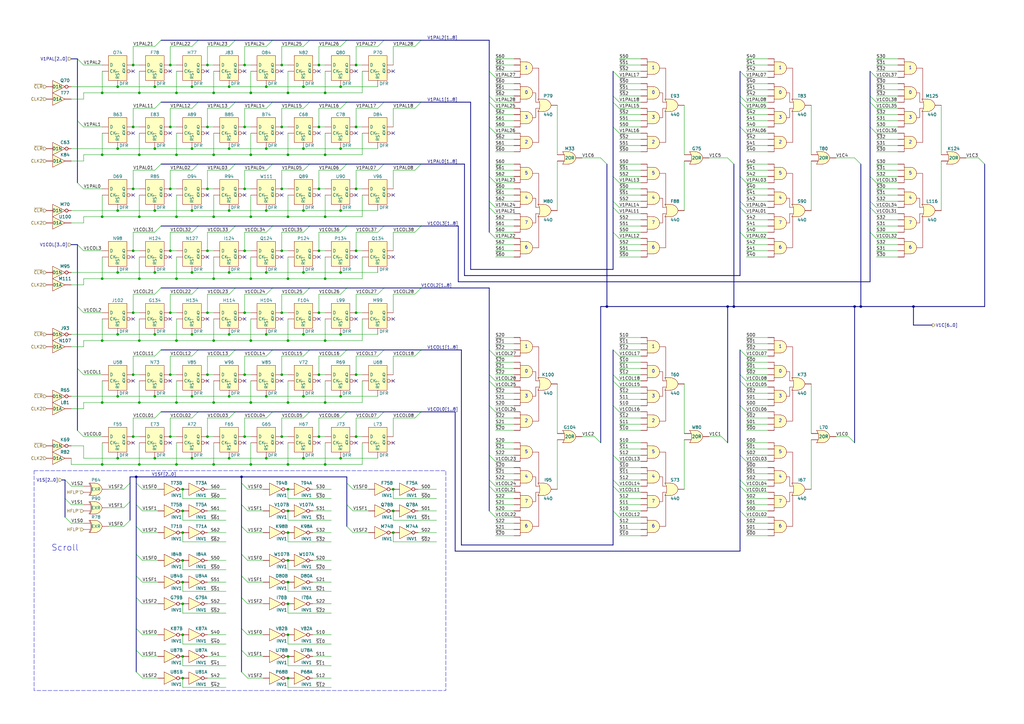
<source format=kicad_sch>
(kicad_sch (version 20231120) (generator "eeschema") (generator_version "8.0")
  (paper "A3")
  (title_block (title "Konami 007781") (date "2024-09-08"))
  (junction (at 100.33 153.67))
  (junction (at 87.63 38.1))
  (junction (at 85.09 102.87))
  (junction (at 69.85 153.67))
  (junction (at 74.93 209.55))
  (junction (at 350.52 125.73))
  (junction (at 118.11 238.76))
  (junction (at 118.11 114.3))
  (junction (at 72.39 165.1))
  (junction (at 115.57 77.47))
  (junction (at 41.91 190.5))
  (junction (at 118.11 139.7))
  (junction (at 57.15 114.3))
  (junction (at 85.09 77.47))
  (junction (at 109.22 137.16))
  (junction (at 74.93 269.24))
  (junction (at 41.91 139.7))
  (junction (at 109.22 111.76))
  (junction (at 72.39 88.9))
  (junction (at 72.39 38.1))
  (junction (at 118.11 209.55))
  (junction (at 133.35 165.1))
  (junction (at 146.05 153.67))
  (junction (at 93.98 35.56))
  (junction (at 124.46 137.16))
  (junction (at 100.33 128.27))
  (junction (at 100.33 179.07))
  (junction (at 55.88 195.58))
  (junction (at 85.09 26.67))
  (junction (at 63.5 111.76))
  (junction (at 146.05 179.07))
  (junction (at 139.7 111.76))
  (junction (at 63.5 162.56))
  (junction (at 74.93 278.13))
  (junction (at 69.85 128.27))
  (junction (at 100.33 26.67))
  (junction (at 115.57 102.87))
  (junction (at 115.57 52.07))
  (junction (at 161.29 218.44))
  (junction (at 74.93 247.65))
  (junction (at 102.87 165.1))
  (junction (at 124.46 60.96))
  (junction (at 133.35 114.3))
  (junction (at 78.74 86.36))
  (junction (at 54.61 77.47))
  (junction (at 54.61 52.07))
  (junction (at 109.22 187.96))
  (junction (at 124.46 111.76))
  (junction (at 57.15 165.1))
  (junction (at 63.5 35.56))
  (junction (at 48.26 60.96))
  (junction (at 74.93 238.76))
  (junction (at 78.74 137.16))
  (junction (at 102.87 190.5))
  (junction (at 124.46 162.56))
  (junction (at 133.35 63.5))
  (junction (at 118.11 247.65))
  (junction (at 130.81 102.87))
  (junction (at 87.63 88.9))
  (junction (at 85.09 179.07))
  (junction (at 130.81 128.27))
  (junction (at 146.05 52.07))
  (junction (at 146.05 102.87))
  (junction (at 48.26 111.76))
  (junction (at 99.06 195.58))
  (junction (at 118.11 38.1))
  (junction (at 48.26 187.96))
  (junction (at 115.57 26.67))
  (junction (at 74.93 229.87))
  (junction (at 353.06 125.73))
  (junction (at 72.39 190.5))
  (junction (at 69.85 52.07))
  (junction (at 118.11 63.5))
  (junction (at 85.09 153.67))
  (junction (at 133.35 139.7))
  (junction (at 133.35 190.5))
  (junction (at 139.7 86.36))
  (junction (at 87.63 165.1))
  (junction (at 87.63 139.7))
  (junction (at 109.22 35.56))
  (junction (at 72.39 139.7))
  (junction (at 57.15 88.9))
  (junction (at 100.33 52.07))
  (junction (at 161.29 200.66))
  (junction (at 63.5 60.96))
  (junction (at 48.26 137.16))
  (junction (at 87.63 114.3))
  (junction (at 118.11 165.1))
  (junction (at 85.09 52.07))
  (junction (at 54.61 26.67))
  (junction (at 133.35 38.1))
  (junction (at 69.85 26.67))
  (junction (at 57.15 139.7))
  (junction (at 93.98 137.16))
  (junction (at 118.11 229.87))
  (junction (at 102.87 139.7))
  (junction (at 41.91 165.1))
  (junction (at 146.05 128.27))
  (junction (at 41.91 38.1))
  (junction (at 57.15 190.5))
  (junction (at 63.5 137.16))
  (junction (at 41.91 63.5))
  (junction (at 130.81 26.67))
  (junction (at 41.91 88.9))
  (junction (at 139.7 187.96))
  (junction (at 102.87 88.9))
  (junction (at 63.5 86.36))
  (junction (at 78.74 111.76))
  (junction (at 48.26 35.56))
  (junction (at 100.33 102.87))
  (junction (at 78.74 35.56))
  (junction (at 118.11 190.5))
  (junction (at 139.7 60.96))
  (junction (at 41.91 114.3))
  (junction (at 124.46 187.96))
  (junction (at 85.09 128.27))
  (junction (at 102.87 38.1))
  (junction (at 115.57 153.67))
  (junction (at 118.11 200.66))
  (junction (at 93.98 86.36))
  (junction (at 248.92 125.73))
  (junction (at 74.93 260.35))
  (junction (at 115.57 179.07))
  (junction (at 300.99 125.73))
  (junction (at 93.98 60.96))
  (junction (at 118.11 278.13))
  (junction (at 118.11 269.24))
  (junction (at 74.93 218.44))
  (junction (at 130.81 52.07))
  (junction (at 87.63 190.5))
  (junction (at 115.57 128.27))
  (junction (at 74.93 200.66))
  (junction (at 139.7 35.56))
  (junction (at 93.98 162.56))
  (junction (at 133.35 88.9))
  (junction (at 63.5 187.96))
  (junction (at 69.85 77.47))
  (junction (at 146.05 26.67))
  (junction (at 124.46 35.56))
  (junction (at 102.87 114.3))
  (junction (at 54.61 128.27))
  (junction (at 54.61 102.87))
  (junction (at 130.81 179.07))
  (junction (at 374.65 125.73))
  (junction (at 54.61 153.67))
  (junction (at 118.11 218.44))
  (junction (at 69.85 179.07))
  (junction (at 48.26 86.36))
  (junction (at 130.81 153.67))
  (junction (at 124.46 86.36))
  (junction (at 139.7 162.56))
  (junction (at 57.15 38.1))
  (junction (at 69.85 102.87))
  (junction (at 54.61 179.07))
  (junction (at 78.74 60.96))
  (junction (at 72.39 114.3))
  (junction (at 78.74 162.56))
  (junction (at 78.74 187.96))
  (junction (at 109.22 86.36))
  (junction (at 146.05 77.47))
  (junction (at 298.45 125.73))
  (junction (at 72.39 63.5))
  (junction (at 118.11 88.9))
  (junction (at 109.22 60.96))
  (junction (at 109.22 162.56))
  (junction (at 118.11 260.35))
  (junction (at 100.33 77.47))
  (junction (at 93.98 111.76))
  (junction (at 130.81 77.47))
  (junction (at 48.26 162.56))
  (junction (at 102.87 63.5))
  (junction (at 93.98 187.96))
  (junction (at 57.15 63.5))
  (junction (at 161.29 209.55))
  (junction (at 87.63 63.5))
  (junction (at 139.7 137.16))
  (no_connect (at 100.33 80.01))
  (no_connect (at 54.61 130.81))
  (no_connect (at 130.81 80.01))
  (no_connect (at 130.81 181.61))
  (no_connect (at 161.29 181.61))
  (no_connect (at 161.29 105.41))
  (no_connect (at 85.09 80.01))
  (no_connect (at 100.33 130.81))
  (no_connect (at 161.29 130.81))
  (no_connect (at 130.81 156.21))
  (no_connect (at 146.05 156.21))
  (no_connect (at 54.61 156.21))
  (no_connect (at 130.81 105.41))
  (no_connect (at 115.57 130.81))
  (no_connect (at 85.09 105.41))
  (no_connect (at 161.29 54.61))
  (no_connect (at 85.09 54.61))
  (no_connect (at 100.33 181.61))
  (no_connect (at 115.57 29.21))
  (no_connect (at 100.33 105.41))
  (no_connect (at 146.05 130.81))
  (no_connect (at 54.61 29.21))
  (no_connect (at 69.85 54.61))
  (no_connect (at 54.61 181.61))
  (no_connect (at 54.61 80.01))
  (no_connect (at 161.29 29.21))
  (no_connect (at 69.85 29.21))
  (no_connect (at 85.09 29.21))
  (no_connect (at 161.29 156.21))
  (no_connect (at 69.85 181.61))
  (no_connect (at 54.61 105.41))
  (no_connect (at 69.85 130.81))
  (no_connect (at 100.33 156.21))
  (no_connect (at 69.85 156.21))
  (no_connect (at 146.05 29.21))
  (no_connect (at 115.57 105.41))
  (no_connect (at 146.05 181.61))
  (no_connect (at 100.33 54.61))
  (no_connect (at 130.81 130.81))
  (no_connect (at 115.57 181.61))
  (no_connect (at 115.57 80.01))
  (no_connect (at 146.05 105.41))
  (no_connect (at 100.33 29.21))
  (no_connect (at 161.29 80.01))
  (no_connect (at 85.09 130.81))
  (no_connect (at 130.81 29.21))
  (no_connect (at 146.05 54.61))
  (no_connect (at 130.81 54.61))
  (no_connect (at 69.85 80.01))
  (no_connect (at 115.57 156.21))
  (no_connect (at 115.57 54.61))
  (no_connect (at 146.05 80.01))
  (no_connect (at 85.09 156.21))
  (no_connect (at 85.09 181.61))
  (no_connect (at 54.61 54.61))
  (no_connect (at 69.85 105.41))
  (bus_entry (at 111.76 41.91) (size -2.54 2.54))
  (bus_entry (at 200.66 39.37) (size 2.54 2.54))
  (bus_entry (at 157.48 41.91) (size -2.54 2.54))
  (bus_entry (at 127 41.91) (size -2.54 2.54))
  (bus_entry (at 96.52 67.31) (size -2.54 2.54))
  (bus_entry (at 172.72 41.91) (size -2.54 2.54))
  (bus_entry (at 31.75 24.13) (size 2.54 2.54))
  (bus_entry (at 99.06 257.81) (size 2.54 2.54))
  (bus_entry (at 347.98 179.07) (size 2.54 2.54))
  (bus_entry (at 142.24 168.91) (size -2.54 2.54))
  (bus_entry (at 157.48 168.91) (size -2.54 2.54))
  (bus_entry (at 96.52 168.91) (size -2.54 2.54))
  (bus_entry (at 303.53 82.55) (size 2.54 2.54))
  (bus_entry (at 99.06 266.7) (size 2.54 2.54))
  (bus_entry (at 251.46 143.51) (size 2.54 2.54))
  (bus_entry (at 356.87 82.55) (size 2.54 2.54))
  (bus_entry (at 303.53 72.39) (size 2.54 2.54))
  (bus_entry (at 298.45 64.77) (size 2.54 2.54))
  (bus_entry (at 303.53 29.21) (size 2.54 2.54))
  (bus_entry (at 303.53 166.37) (size 2.54 2.54))
  (bus_entry (at 303.53 209.55) (size 2.54 2.54))
  (bus_entry (at 66.04 16.51) (size -2.54 2.54))
  (bus_entry (at 251.46 82.55) (size 2.54 2.54))
  (bus_entry (at 303.53 41.91) (size 2.54 2.54))
  (bus_entry (at 142.24 215.9) (size 2.54 2.54))
  (bus_entry (at 50.8 200.66) (size 2.54 -2.54))
  (bus_entry (at 142.24 143.51) (size -2.54 2.54))
  (bus_entry (at 111.76 143.51) (size -2.54 2.54))
  (bus_entry (at 111.76 118.11) (size -2.54 2.54))
  (bus_entry (at 303.53 143.51) (size 2.54 2.54))
  (bus_entry (at 142.24 16.51) (size -2.54 2.54))
  (bus_entry (at 142.24 92.71) (size -2.54 2.54))
  (bus_entry (at 200.66 186.69) (size 2.54 2.54))
  (bus_entry (at 303.53 156.21) (size 2.54 2.54))
  (bus_entry (at 246.38 64.77) (size 2.54 2.54))
  (bus_entry (at 31.75 74.93) (size 2.54 2.54))
  (bus_entry (at 127 92.71) (size -2.54 2.54))
  (bus_entry (at 142.24 118.11) (size -2.54 2.54))
  (bus_entry (at 172.72 118.11) (size -2.54 2.54))
  (bus_entry (at 200.66 72.39) (size 2.54 2.54))
  (bus_entry (at 31.75 125.73) (size 2.54 2.54))
  (bus_entry (at 401.32 64.77) (size 2.54 2.54))
  (bus_entry (at 356.87 52.07) (size 2.54 2.54))
  (bus_entry (at 251.46 209.55) (size 2.54 2.54))
  (bus_entry (at 81.28 67.31) (size -2.54 2.54))
  (bus_entry (at 172.72 143.51) (size -2.54 2.54))
  (bus_entry (at 66.04 168.91) (size -2.54 2.54))
  (bus_entry (at 356.87 85.09) (size 2.54 2.54))
  (bus_entry (at 172.72 67.31) (size -2.54 2.54))
  (bus_entry (at 251.46 156.21) (size 2.54 2.54))
  (bus_entry (at 251.46 72.39) (size 2.54 2.54))
  (bus_entry (at 31.75 100.33) (size 2.54 2.54))
  (bus_entry (at 303.53 153.67) (size 2.54 2.54))
  (bus_entry (at 157.48 118.11) (size -2.54 2.54))
  (bus_entry (at 81.28 118.11) (size -2.54 2.54))
  (bus_entry (at 26.67 196.85) (size 2.54 2.54))
  (bus_entry (at 81.28 41.91) (size -2.54 2.54))
  (bus_entry (at 96.52 143.51) (size -2.54 2.54))
  (bus_entry (at 55.88 245.11) (size 2.54 2.54))
  (bus_entry (at 303.53 85.09) (size 2.54 2.54))
  (bus_entry (at 172.72 92.71) (size -2.54 2.54))
  (bus_entry (at 66.04 41.91) (size -2.54 2.54))
  (bus_entry (at 111.76 92.71) (size -2.54 2.54))
  (bus_entry (at 26.67 212.09) (size 2.54 2.54))
  (bus_entry (at 303.53 196.85) (size 2.54 2.54))
  (bus_entry (at 99.06 227.33) (size 2.54 2.54))
  (bus_entry (at 200.66 85.09) (size 2.54 2.54))
  (bus_entry (at 157.48 67.31) (size -2.54 2.54))
  (bus_entry (at 243.84 179.07) (size 2.54 2.54))
  (bus_entry (at 251.46 41.91) (size 2.54 2.54))
  (bus_entry (at 200.66 199.39) (size 2.54 2.54))
  (bus_entry (at 111.76 168.91) (size -2.54 2.54))
  (bus_entry (at 200.66 52.07) (size 2.54 2.54))
  (bus_entry (at 99.06 236.22) (size 2.54 2.54))
  (bus_entry (at 251.46 153.67) (size 2.54 2.54))
  (bus_entry (at 251.46 95.25) (size 2.54 2.54))
  (bus_entry (at 142.24 207.01) (size 2.54 2.54))
  (bus_entry (at 127 67.31) (size -2.54 2.54))
  (bus_entry (at 200.66 156.21) (size 2.54 2.54))
  (bus_entry (at 157.48 143.51) (size -2.54 2.54))
  (bus_entry (at 127 118.11) (size -2.54 2.54))
  (bus_entry (at 142.24 67.31) (size -2.54 2.54))
  (bus_entry (at 356.87 39.37) (size 2.54 2.54))
  (bus_entry (at 55.88 266.7) (size 2.54 2.54))
  (bus_entry (at 200.66 209.55) (size 2.54 2.54))
  (bus_entry (at 127 143.51) (size -2.54 2.54))
  (bus_entry (at 55.88 215.9) (size 2.54 2.54))
  (bus_entry (at 96.52 16.51) (size -2.54 2.54))
  (bus_entry (at 200.66 143.51) (size 2.54 2.54))
  (bus_entry (at 251.46 199.39) (size 2.54 2.54))
  (bus_entry (at 50.8 215.9) (size 2.54 -2.54))
  (bus_entry (at 200.66 29.21) (size 2.54 2.54))
  (bus_entry (at 142.24 198.12) (size 2.54 2.54))
  (bus_entry (at 66.04 67.31) (size -2.54 2.54))
  (bus_entry (at 31.75 49.53) (size 2.54 2.54))
  (bus_entry (at 96.52 118.11) (size -2.54 2.54))
  (bus_entry (at 200.66 153.67) (size 2.54 2.54))
  (bus_entry (at 200.66 95.25) (size 2.54 2.54))
  (bus_entry (at 303.53 39.37) (size 2.54 2.54))
  (bus_entry (at 251.46 52.07) (size 2.54 2.54))
  (bus_entry (at 303.53 95.25) (size 2.54 2.54))
  (bus_entry (at 81.28 16.51) (size -2.54 2.54))
  (bus_entry (at 55.88 275.59) (size 2.54 2.54))
  (bus_entry (at 356.87 72.39) (size 2.54 2.54))
  (bus_entry (at 111.76 16.51) (size -2.54 2.54))
  (bus_entry (at 295.91 179.07) (size 2.54 2.54))
  (bus_entry (at 251.46 196.85) (size 2.54 2.54))
  (bus_entry (at 200.66 196.85) (size 2.54 2.54))
  (bus_entry (at 55.88 257.81) (size 2.54 2.54))
  (bus_entry (at 356.87 41.91) (size 2.54 2.54))
  (bus_entry (at 66.04 143.51) (size -2.54 2.54))
  (bus_entry (at 356.87 95.25) (size 2.54 2.54))
  (bus_entry (at 251.46 39.37) (size 2.54 2.54))
  (bus_entry (at 50.8 208.28) (size 2.54 -2.54))
  (bus_entry (at 303.53 199.39) (size 2.54 2.54))
  (bus_entry (at 157.48 16.51) (size -2.54 2.54))
  (bus_entry (at 251.46 186.69) (size 2.54 2.54))
  (bus_entry (at 157.48 92.71) (size -2.54 2.54))
  (bus_entry (at 96.52 92.71) (size -2.54 2.54))
  (bus_entry (at 81.28 143.51) (size -2.54 2.54))
  (bus_entry (at 99.06 215.9) (size 2.54 2.54))
  (bus_entry (at 66.04 118.11) (size -2.54 2.54))
  (bus_entry (at 350.52 64.77) (size 2.54 2.54))
  (bus_entry (at 200.66 166.37) (size 2.54 2.54))
  (bus_entry (at 127 16.51) (size -2.54 2.54))
  (bus_entry (at 251.46 166.37) (size 2.54 2.54))
  (bus_entry (at 55.88 198.12) (size 2.54 2.54))
  (bus_entry (at 200.66 82.55) (size 2.54 2.54))
  (bus_entry (at 111.76 67.31) (size -2.54 2.54))
  (bus_entry (at 55.88 236.22) (size 2.54 2.54))
  (bus_entry (at 303.53 186.69) (size 2.54 2.54))
  (bus_entry (at 66.04 92.71) (size -2.54 2.54))
  (bus_entry (at 99.06 207.01) (size 2.54 2.54))
  (bus_entry (at 356.87 29.21) (size 2.54 2.54))
  (bus_entry (at 81.28 92.71) (size -2.54 2.54))
  (bus_entry (at 303.53 52.07) (size 2.54 2.54))
  (bus_entry (at 31.75 176.53) (size 2.54 2.54))
  (bus_entry (at 31.75 151.13) (size 2.54 2.54))
  (bus_entry (at 251.46 29.21) (size 2.54 2.54))
  (bus_entry (at 99.06 198.12) (size 2.54 2.54))
  (bus_entry (at 99.06 275.59) (size 2.54 2.54))
  (bus_entry (at 26.67 204.47) (size 2.54 2.54))
  (bus_entry (at 96.52 41.91) (size -2.54 2.54))
  (bus_entry (at 200.66 41.91) (size 2.54 2.54))
  (bus_entry (at 172.72 16.51) (size -2.54 2.54))
  (bus_entry (at 172.72 168.91) (size -2.54 2.54))
  (bus_entry (at 99.06 245.11) (size 2.54 2.54))
  (bus_entry (at 127 168.91) (size -2.54 2.54))
  (bus_entry (at 142.24 41.91) (size -2.54 2.54))
  (bus_entry (at 55.88 207.01) (size 2.54 2.54))
  (bus_entry (at 55.88 227.33) (size 2.54 2.54))
  (bus_entry (at 81.28 168.91) (size -2.54 2.54))
  (bus_entry (at 251.46 85.09) (size 2.54 2.54))
  (wire (pts (xy 359.41 87.63) (xy 368.3 87.63)))
  (wire (pts (xy 48.26 137.16) (xy 63.5 137.16)))
  (wire (pts (xy 306.07 199.39) (xy 314.96 199.39)))
  (wire (pts (xy 34.29 153.67) (xy 41.91 153.67)))
  (bus (pts (xy 356.87 95.25) (xy 356.87 115.57)))
  (wire (pts (xy 203.2 24.13) (xy 210.82 24.13)))
  (bus (pts (xy 142.24 92.71) (xy 157.48 92.71)))
  (wire (pts (xy 85.09 278.13) (xy 92.71 278.13)))
  (wire (pts (xy 254 140.97) (xy 262.89 140.97)))
  (wire (pts (xy 280.67 43.18) (xy 280.67 63.5)))
  (wire (pts (xy 102.87 80.01) (xy 102.87 88.9)))
  (wire (pts (xy 34.29 114.3) (xy 41.91 114.3)))
  (wire (pts (xy 359.41 31.75) (xy 368.3 31.75)))
  (wire (pts (xy 85.09 179.07) (xy 87.63 179.07)))
  (wire (pts (xy 306.07 26.67) (xy 314.96 26.67)))
  (wire (pts (xy 29.21 86.36) (xy 48.26 86.36)))
  (wire (pts (xy 306.07 92.71) (xy 314.96 92.71)))
  (wire (pts (xy 146.05 69.85) (xy 146.05 77.47)))
  (wire (pts (xy 87.63 165.1) (xy 72.39 165.1)))
  (wire (pts (xy 130.81 44.45) (xy 130.81 52.07)))
  (wire (pts (xy 109.22 137.16) (xy 124.46 137.16)))
  (wire (pts (xy 87.63 80.01) (xy 87.63 88.9)))
  (wire (pts (xy 306.07 34.29) (xy 314.96 34.29)))
  (wire (pts (xy 359.41 29.21) (xy 368.3 29.21)))
  (wire (pts (xy 254 189.23) (xy 262.89 189.23)))
  (wire (pts (xy 124.46 137.16) (xy 139.7 137.16)))
  (wire (pts (xy 118.11 130.81) (xy 118.11 139.7)))
  (wire (pts (xy 306.07 39.37) (xy 314.96 39.37)))
  (wire (pts (xy 29.21 162.56) (xy 48.26 162.56)))
  (wire (pts (xy 139.7 137.16) (xy 154.94 137.16)))
  (wire (pts (xy 306.07 217.17) (xy 314.96 217.17)))
  (wire (pts (xy 203.2 85.09) (xy 210.82 85.09)))
  (wire (pts (xy 54.61 153.67) (xy 57.15 153.67)))
  (wire (pts (xy 74.93 233.68) (xy 92.71 233.68)))
  (wire (pts (xy 254 44.45) (xy 262.89 44.45)))
  (wire (pts (xy 332.74 157.48) (xy 332.74 177.8)))
  (wire (pts (xy 93.98 35.56) (xy 109.22 35.56)))
  (wire (pts (xy 359.41 57.15) (xy 368.3 57.15)))
  (wire (pts (xy 54.61 19.05) (xy 63.5 19.05)))
  (wire (pts (xy 85.09 200.66) (xy 92.71 200.66)))
  (bus (pts (xy 189.23 223.52) (xy 189.23 143.51)))
  (wire (pts (xy 102.87 181.61) (xy 102.87 190.5)))
  (wire (pts (xy 69.85 179.07) (xy 72.39 179.07)))
  (bus (pts (xy 356.87 72.39) (xy 356.87 82.55)))
  (wire (pts (xy 139.7 111.76) (xy 154.94 111.76)))
  (wire (pts (xy 280.67 180.34) (xy 280.67 200.66)))
  (wire (pts (xy 203.2 161.29) (xy 210.82 161.29)))
  (wire (pts (xy 254 204.47) (xy 262.89 204.47)))
  (wire (pts (xy 87.63 54.61) (xy 87.63 63.5)))
  (wire (pts (xy 306.07 31.75) (xy 314.96 31.75)))
  (wire (pts (xy 161.29 171.45) (xy 170.18 171.45)))
  (wire (pts (xy 254 148.59) (xy 262.89 148.59)))
  (wire (pts (xy 203.2 140.97) (xy 210.82 140.97)))
  (wire (pts (xy 93.98 162.56) (xy 109.22 162.56)))
  (wire (pts (xy 85.09 171.45) (xy 85.09 179.07)))
  (wire (pts (xy 133.35 139.7) (xy 118.11 139.7)))
  (wire (pts (xy 34.29 91.44) (xy 34.29 88.9)))
  (wire (pts (xy 148.59 114.3) (xy 133.35 114.3)))
  (wire (pts (xy 306.07 69.85) (xy 314.96 69.85)))
  (wire (pts (xy 72.39 105.41) (xy 72.39 114.3)))
  (wire (pts (xy 203.2 87.63) (xy 210.82 87.63)))
  (wire (pts (xy 146.05 153.67) (xy 148.59 153.67)))
  (wire (pts (xy 54.61 102.87) (xy 57.15 102.87)))
  (wire (pts (xy 29.21 91.44) (xy 34.29 91.44)))
  (wire (pts (xy 203.2 105.41) (xy 210.82 105.41)))
  (wire (pts (xy 254 158.75) (xy 262.89 158.75)))
  (wire (pts (xy 102.87 139.7) (xy 87.63 139.7)))
  (wire (pts (xy 238.76 179.07) (xy 243.84 179.07)))
  (wire (pts (xy 72.39 156.21) (xy 72.39 165.1)))
  (wire (pts (xy 57.15 80.01) (xy 57.15 88.9)))
  (bus (pts (xy 186.69 226.06) (xy 303.53 226.06)))
  (wire (pts (xy 359.41 77.47) (xy 368.3 77.47)))
  (wire (pts (xy 118.11 238.76) (xy 118.11 242.57)))
  (wire (pts (xy 118.11 114.3) (xy 102.87 114.3)))
  (wire (pts (xy 254 95.25) (xy 262.89 95.25)))
  (wire (pts (xy 74.93 229.87) (xy 74.93 233.68)))
  (wire (pts (xy 34.29 88.9) (xy 41.91 88.9)))
  (wire (pts (xy 93.98 137.16) (xy 109.22 137.16)))
  (wire (pts (xy 133.35 80.01) (xy 133.35 88.9)))
  (wire (pts (xy 41.91 156.21) (xy 41.91 165.1)))
  (bus (pts (xy 200.66 156.21) (xy 200.66 166.37)))
  (wire (pts (xy 254 186.69) (xy 262.89 186.69)))
  (wire (pts (xy 85.09 95.25) (xy 85.09 102.87)))
  (wire (pts (xy 48.26 60.96) (xy 63.5 60.96)))
  (wire (pts (xy 203.2 191.77) (xy 210.82 191.77)))
  (wire (pts (xy 100.33 120.65) (xy 100.33 128.27)))
  (wire (pts (xy 57.15 190.5) (xy 41.91 190.5)))
  (wire (pts (xy 130.81 153.67) (xy 133.35 153.67)))
  (wire (pts (xy 29.21 199.39) (xy 34.29 199.39)))
  (wire (pts (xy 100.33 69.85) (xy 100.33 77.47)))
  (bus (pts (xy 251.46 72.39) (xy 251.46 52.07)))
  (wire (pts (xy 148.59 29.21) (xy 148.59 38.1)))
  (wire (pts (xy 144.78 218.44) (xy 151.13 218.44)))
  (wire (pts (xy 254 80.01) (xy 262.89 80.01)))
  (wire (pts (xy 146.05 146.05) (xy 154.94 146.05)))
  (bus (pts (xy 157.48 168.91) (xy 172.72 168.91)))
  (wire (pts (xy 69.85 19.05) (xy 78.74 19.05)))
  (wire (pts (xy 85.09 69.85) (xy 85.09 77.47)))
  (bus (pts (xy 127 168.91) (xy 142.24 168.91)))
  (wire (pts (xy 72.39 165.1) (xy 57.15 165.1)))
  (wire (pts (xy 115.57 171.45) (xy 115.57 179.07)))
  (bus (pts (xy 127 118.11) (xy 142.24 118.11)))
  (wire (pts (xy 118.11 242.57) (xy 135.89 242.57)))
  (bus (pts (xy 111.76 118.11) (xy 127 118.11)))
  (bus (pts (xy 303.53 186.69) (xy 303.53 166.37)))
  (wire (pts (xy 100.33 153.67) (xy 102.87 153.67)))
  (wire (pts (xy 306.07 191.77) (xy 314.96 191.77)))
  (wire (pts (xy 78.74 111.76) (xy 93.98 111.76)))
  (wire (pts (xy 359.41 44.45) (xy 368.3 44.45)))
  (wire (pts (xy 306.07 82.55) (xy 314.96 82.55)))
  (wire (pts (xy 306.07 140.97) (xy 314.96 140.97)))
  (bus (pts (xy 172.72 92.71) (xy 187.96 92.71)))
  (bus (pts (xy 251.46 85.09) (xy 251.46 82.55)))
  (wire (pts (xy 203.2 143.51) (xy 210.82 143.51)))
  (bus (pts (xy 111.76 16.51) (xy 127 16.51)))
  (wire (pts (xy 306.07 146.05) (xy 314.96 146.05)))
  (wire (pts (xy 130.81 179.07) (xy 133.35 179.07)))
  (wire (pts (xy 102.87 88.9) (xy 87.63 88.9)))
  (wire (pts (xy 203.2 26.67) (xy 210.82 26.67)))
  (bus (pts (xy 81.28 16.51) (xy 96.52 16.51)))
  (wire (pts (xy 93.98 60.96) (xy 109.22 60.96)))
  (wire (pts (xy 203.2 74.93) (xy 210.82 74.93)))
  (wire (pts (xy 29.21 40.64) (xy 34.29 40.64)))
  (wire (pts (xy 359.41 52.07) (xy 368.3 52.07)))
  (wire (pts (xy 254 209.55) (xy 262.89 209.55)))
  (wire (pts (xy 161.29 146.05) (xy 170.18 146.05)))
  (wire (pts (xy 254 87.63) (xy 262.89 87.63)))
  (wire (pts (xy 41.91 29.21) (xy 41.91 38.1)))
  (wire (pts (xy 115.57 120.65) (xy 115.57 128.27)))
  (wire (pts (xy 34.29 179.07) (xy 41.91 179.07)))
  (wire (pts (xy 254 138.43) (xy 262.89 138.43)))
  (wire (pts (xy 74.93 264.16) (xy 92.71 264.16)))
  (wire (pts (xy 34.29 63.5) (xy 41.91 63.5)))
  (wire (pts (xy 203.2 156.21) (xy 210.82 156.21)))
  (bus (pts (xy 356.87 41.91) (xy 356.87 52.07)))
  (wire (pts (xy 128.27 260.35) (xy 135.89 260.35)))
  (wire (pts (xy 54.61 69.85) (xy 63.5 69.85)))
  (bus (pts (xy 111.76 92.71) (xy 127 92.71)))
  (wire (pts (xy 58.42 209.55) (xy 64.77 209.55)))
  (wire (pts (xy 203.2 57.15) (xy 210.82 57.15)))
  (wire (pts (xy 54.61 19.05) (xy 54.61 26.67)))
  (wire (pts (xy 306.07 186.69) (xy 314.96 186.69)))
  (wire (pts (xy 102.87 29.21) (xy 102.87 38.1)))
  (wire (pts (xy 254 74.93) (xy 262.89 74.93)))
  (wire (pts (xy 109.22 162.56) (xy 124.46 162.56)))
  (wire (pts (xy 133.35 181.61) (xy 133.35 190.5)))
  (bus (pts (xy 31.75 74.93) (xy 31.75 49.53)))
  (wire (pts (xy 87.63 190.5) (xy 72.39 190.5)))
  (wire (pts (xy 93.98 111.76) (xy 109.22 111.76)))
  (wire (pts (xy 203.2 49.53) (xy 210.82 49.53)))
  (wire (pts (xy 128.27 269.24) (xy 135.89 269.24)))
  (wire (pts (xy 359.41 54.61) (xy 368.3 54.61)))
  (wire (pts (xy 203.2 184.15) (xy 210.82 184.15)))
  (wire (pts (xy 118.11 29.21) (xy 118.11 38.1)))
  (wire (pts (xy 306.07 105.41) (xy 314.96 105.41)))
  (wire (pts (xy 72.39 63.5) (xy 57.15 63.5)))
  (bus (pts (xy 200.66 95.25) (xy 200.66 85.09)))
  (wire (pts (xy 124.46 187.96) (xy 139.7 187.96)))
  (wire (pts (xy 48.26 162.56) (xy 63.5 162.56)))
  (wire (pts (xy 100.33 171.45) (xy 100.33 179.07)))
  (bus (pts (xy 200.66 72.39) (xy 200.66 52.07)))
  (wire (pts (xy 85.09 238.76) (xy 92.71 238.76)))
  (wire (pts (xy 146.05 26.67) (xy 148.59 26.67)))
  (wire (pts (xy 306.07 52.07) (xy 314.96 52.07)))
  (wire (pts (xy 161.29 69.85) (xy 170.18 69.85)))
  (wire (pts (xy 101.6 209.55) (xy 107.95 209.55)))
  (wire (pts (xy 85.09 146.05) (xy 93.98 146.05)))
  (wire (pts (xy 128.27 278.13) (xy 135.89 278.13)))
  (bus (pts (xy 251.46 223.52) (xy 189.23 223.52)))
  (wire (pts (xy 63.5 111.76) (xy 78.74 111.76)))
  (wire (pts (xy 133.35 130.81) (xy 133.35 139.7)))
  (wire (pts (xy 254 219.71) (xy 262.89 219.71)))
  (wire (pts (xy 306.07 74.93) (xy 314.96 74.93)))
  (wire (pts (xy 139.7 187.96) (xy 154.94 187.96)))
  (wire (pts (xy 115.57 153.67) (xy 118.11 153.67)))
  (wire (pts (xy 69.85 26.67) (xy 72.39 26.67)))
  (wire (pts (xy 72.39 54.61) (xy 72.39 63.5)))
  (wire (pts (xy 54.61 146.05) (xy 54.61 153.67)))
  (wire (pts (xy 85.09 209.55) (xy 92.71 209.55)))
  (wire (pts (xy 146.05 52.07) (xy 148.59 52.07)))
  (bus (pts (xy 193.04 110.49) (xy 193.04 41.91)))
  (wire (pts (xy 161.29 171.45) (xy 161.29 179.07)))
  (wire (pts (xy 78.74 187.96) (xy 93.98 187.96)))
  (bus (pts (xy 29.21 24.13) (xy 31.75 24.13)))
  (wire (pts (xy 34.29 139.7) (xy 41.91 139.7)))
  (wire (pts (xy 161.29 209.55) (xy 161.29 213.36)))
  (wire (pts (xy 74.93 209.55) (xy 74.93 213.36)))
  (wire (pts (xy 100.33 19.05) (xy 109.22 19.05)))
  (bus (pts (xy 96.52 67.31) (xy 111.76 67.31)))
  (bus (pts (xy 353.06 67.31) (xy 353.06 125.73)))
  (wire (pts (xy 101.6 247.65) (xy 107.95 247.65)))
  (wire (pts (xy 29.21 111.76) (xy 48.26 111.76)))
  (wire (pts (xy 254 36.83) (xy 262.89 36.83)))
  (wire (pts (xy 359.41 24.13) (xy 368.3 24.13)))
  (wire (pts (xy 203.2 41.91) (xy 210.82 41.91)))
  (wire (pts (xy 54.61 77.47) (xy 57.15 77.47)))
  (wire (pts (xy 306.07 36.83) (xy 314.96 36.83)))
  (bus (pts (xy 66.04 118.11) (xy 81.28 118.11)))
  (wire (pts (xy 359.41 41.91) (xy 368.3 41.91)))
  (bus (pts (xy 172.72 16.51) (xy 200.66 16.51)))
  (wire (pts (xy 72.39 80.01) (xy 72.39 88.9)))
  (wire (pts (xy 128.27 238.76) (xy 135.89 238.76)))
  (wire (pts (xy 29.21 142.24) (xy 34.29 142.24)))
  (bus (pts (xy 251.46 209.55) (xy 251.46 223.52)))
  (wire (pts (xy 54.61 120.65) (xy 54.61 128.27)))
  (wire (pts (xy 306.07 95.25) (xy 314.96 95.25)))
  (wire (pts (xy 34.29 167.64) (xy 34.29 165.1)))
  (wire (pts (xy 254 54.61) (xy 262.89 54.61)))
  (wire (pts (xy 254 24.13) (xy 262.89 24.13)))
  (bus (pts (xy 251.46 82.55) (xy 251.46 72.39)))
  (wire (pts (xy 115.57 128.27) (xy 118.11 128.27)))
  (wire (pts (xy 130.81 146.05) (xy 130.81 153.67)))
  (wire (pts (xy 238.76 64.77) (xy 246.38 64.77)))
  (bus (pts (xy 200.66 153.67) (xy 200.66 156.21)))
  (wire (pts (xy 100.33 146.05) (xy 100.33 153.67)))
  (wire (pts (xy 254 168.91) (xy 262.89 168.91)))
  (bus (pts (xy 26.67 212.09) (xy 26.67 204.47)))
  (wire (pts (xy 48.26 111.76) (xy 63.5 111.76)))
  (wire (pts (xy 203.2 102.87) (xy 210.82 102.87)))
  (bus (pts (xy 99.06 257.81) (xy 99.06 266.7)))
  (wire (pts (xy 254 184.15) (xy 262.89 184.15)))
  (wire (pts (xy 161.29 19.05) (xy 170.18 19.05)))
  (wire (pts (xy 93.98 187.96) (xy 109.22 187.96)))
  (wire (pts (xy 74.93 213.36) (xy 92.71 213.36)))
  (bus (pts (xy 248.92 125.73) (xy 298.45 125.73)))
  (bus (pts (xy 96.52 41.91) (xy 111.76 41.91)))
  (wire (pts (xy 69.85 69.85) (xy 78.74 69.85)))
  (wire (pts (xy 87.63 105.41) (xy 87.63 114.3)))
  (wire (pts (xy 254 100.33) (xy 262.89 100.33)))
  (wire (pts (xy 54.61 95.25) (xy 54.61 102.87)))
  (wire (pts (xy 306.07 194.31) (xy 314.96 194.31)))
  (bus (pts (xy 127 16.51) (xy 142.24 16.51)))
  (wire (pts (xy 102.87 114.3) (xy 87.63 114.3)))
  (wire (pts (xy 254 199.39) (xy 262.89 199.39)))
  (wire (pts (xy 130.81 69.85) (xy 139.7 69.85)))
  (wire (pts (xy 102.87 63.5) (xy 87.63 63.5)))
  (wire (pts (xy 203.2 166.37) (xy 210.82 166.37)))
  (wire (pts (xy 78.74 162.56) (xy 93.98 162.56)))
  (wire (pts (xy 85.09 120.65) (xy 85.09 128.27)))
  (bus (pts (xy 29.21 100.33) (xy 31.75 100.33)))
  (wire (pts (xy 306.07 62.23) (xy 314.96 62.23)))
  (bus (pts (xy 66.04 67.31) (xy 81.28 67.31)))
  (bus (pts (xy 96.52 168.91) (xy 111.76 168.91)))
  (wire (pts (xy 228.6 157.48) (xy 228.6 177.8)))
  (wire (pts (xy 332.74 66.04) (xy 332.74 86.36)))
  (wire (pts (xy 74.93 247.65) (xy 74.93 251.46)))
  (wire (pts (xy 203.2 92.71) (xy 210.82 92.71)))
  (wire (pts (xy 306.07 72.39) (xy 314.96 72.39)))
  (wire (pts (xy 254 62.23) (xy 262.89 62.23)))
  (wire (pts (xy 254 212.09) (xy 262.89 212.09)))
  (wire (pts (xy 203.2 151.13) (xy 210.82 151.13)))
  (wire (pts (xy 72.39 181.61) (xy 72.39 190.5)))
  (wire (pts (xy 41.91 80.01) (xy 41.91 88.9)))
  (wire (pts (xy 124.46 162.56) (xy 139.7 162.56)))
  (bus (pts (xy 200.66 39.37) (xy 200.66 29.21)))
  (wire (pts (xy 161.29 44.45) (xy 161.29 52.07)))
  (wire (pts (xy 254 105.41) (xy 262.89 105.41)))
  (wire (pts (xy 306.07 184.15) (xy 314.96 184.15)))
  (wire (pts (xy 306.07 196.85) (xy 314.96 196.85)))
  (wire (pts (xy 63.5 35.56) (xy 78.74 35.56)))
  (wire (pts (xy 58.42 200.66) (xy 64.77 200.66)))
  (wire (pts (xy 29.21 190.5) (xy 41.91 190.5)))
  (wire (pts (xy 101.6 229.87) (xy 107.95 229.87)))
  (wire (pts (xy 100.33 95.25) (xy 109.22 95.25)))
  (bus (pts (xy 251.46 186.69) (xy 251.46 166.37)))
  (wire (pts (xy 359.41 39.37) (xy 368.3 39.37)))
  (wire (pts (xy 203.2 171.45) (xy 210.82 171.45)))
  (wire (pts (xy 161.29 200.66) (xy 161.29 204.47)))
  (wire (pts (xy 306.07 168.91) (xy 314.96 168.91)))
  (bus (pts (xy 96.52 16.51) (xy 111.76 16.51)))
  (wire (pts (xy 130.81 128.27) (xy 133.35 128.27)))
  (wire (pts (xy 58.42 278.13) (xy 64.77 278.13)))
  (wire (pts (xy 254 171.45) (xy 262.89 171.45)))
  (wire (pts (xy 306.07 214.63) (xy 314.96 214.63)))
  (wire (pts (xy 63.5 162.56) (xy 78.74 162.56)))
  (wire (pts (xy 148.59 130.81) (xy 148.59 139.7)))
  (bus (pts (xy 200.66 186.69) (xy 200.66 196.85)))
  (bus (pts (xy 251.46 95.25) (xy 251.46 110.49)))
  (wire (pts (xy 57.15 139.7) (xy 41.91 139.7)))
  (wire (pts (xy 100.33 95.25) (xy 100.33 102.87)))
  (bus (pts (xy 190.5 113.03) (xy 303.53 113.03)))
  (wire (pts (xy 124.46 35.56) (xy 139.7 35.56)))
  (wire (pts (xy 130.81 19.05) (xy 139.7 19.05)))
  (wire (pts (xy 342.9 179.07) (xy 347.98 179.07)))
  (wire (pts (xy 139.7 60.96) (xy 154.94 60.96)))
  (wire (pts (xy 29.21 66.04) (xy 34.29 66.04)))
  (bus (pts (xy 251.46 153.67) (xy 251.46 143.51)))
  (bus (pts (xy 172.72 118.11) (xy 200.66 118.11)))
  (wire (pts (xy 69.85 77.47) (xy 72.39 77.47)))
  (wire (pts (xy 41.91 54.61) (xy 41.91 63.5)))
  (wire (pts (xy 203.2 46.99) (xy 210.82 46.99)))
  (wire (pts (xy 101.6 200.66) (xy 107.95 200.66)))
  (wire (pts (xy 57.15 156.21) (xy 57.15 165.1)))
  (wire (pts (xy 109.22 86.36) (xy 124.46 86.36)))
  (bus (pts (xy 99.06 215.9) (xy 99.06 227.33)))
  (bus (pts (xy 246.38 125.73) (xy 246.38 181.61)))
  (wire (pts (xy 306.07 189.23) (xy 314.96 189.23)))
  (wire (pts (xy 57.15 29.21) (xy 57.15 38.1)))
  (wire (pts (xy 254 26.67) (xy 262.89 26.67)))
  (wire (pts (xy 359.41 90.17) (xy 368.3 90.17)))
  (wire (pts (xy 57.15 114.3) (xy 41.91 114.3)))
  (bus (pts (xy 99.06 195.58) (xy 142.24 195.58)))
  (wire (pts (xy 306.07 90.17) (xy 314.96 90.17)))
  (wire (pts (xy 48.26 187.96) (xy 63.5 187.96)))
  (wire (pts (xy 254 59.69) (xy 262.89 59.69)))
  (wire (pts (xy 203.2 72.39) (xy 210.82 72.39)))
  (wire (pts (xy 29.21 214.63) (xy 34.29 214.63)))
  (wire (pts (xy 359.41 80.01) (xy 368.3 80.01)))
  (wire (pts (xy 58.42 229.87) (xy 64.77 229.87)))
  (wire (pts (xy 115.57 95.25) (xy 115.57 102.87)))
  (bus (pts (xy 251.46 196.85) (xy 251.46 186.69)))
  (wire (pts (xy 203.2 163.83) (xy 210.82 163.83)))
  (wire (pts (xy 115.57 19.05) (xy 124.46 19.05)))
  (wire (pts (xy 359.41 72.39) (xy 368.3 72.39)))
  (wire (pts (xy 85.09 120.65) (xy 93.98 120.65)))
  (wire (pts (xy 34.29 52.07) (xy 41.91 52.07)))
  (wire (pts (xy 359.41 26.67) (xy 368.3 26.67)))
  (wire (pts (xy 148.59 156.21) (xy 148.59 165.1)))
  (wire (pts (xy 359.41 69.85) (xy 368.3 69.85)))
  (wire (pts (xy 102.87 38.1) (xy 87.63 38.1)))
  (wire (pts (xy 306.07 171.45) (xy 314.96 171.45)))
  (wire (pts (xy 54.61 171.45) (xy 63.5 171.45)))
  (wire (pts (xy 29.21 116.84) (xy 34.29 116.84)))
  (wire (pts (xy 146.05 179.07) (xy 148.59 179.07)))
  (wire (pts (xy 228.6 180.34) (xy 228.6 200.66)))
  (bus (pts (xy 298.45 125.73) (xy 300.99 125.73)))
  (wire (pts (xy 124.46 86.36) (xy 139.7 86.36)))
  (bus (pts (xy 26.67 204.47) (xy 26.67 196.85)))
  (wire (pts (xy 161.29 213.36) (xy 179.07 213.36)))
  (wire (pts (xy 254 92.71) (xy 262.89 92.71)))
  (wire (pts (xy 72.39 88.9) (xy 57.15 88.9)))
  (wire (pts (xy 146.05 69.85) (xy 154.94 69.85)))
  (bus (pts (xy 200.66 166.37) (xy 200.66 186.69)))
  (wire (pts (xy 58.42 238.76) (xy 64.77 238.76)))
  (wire (pts (xy 290.83 64.77) (xy 298.45 64.77)))
  (bus (pts (xy 190.5 67.31) (xy 190.5 113.03)))
  (wire (pts (xy 254 85.09) (xy 262.89 85.09)))
  (wire (pts (xy 87.63 181.61) (xy 87.63 190.5)))
  (bus (pts (xy 31.75 125.73) (xy 31.75 100.33)))
  (wire (pts (xy 146.05 19.05) (xy 146.05 26.67)))
  (bus (pts (xy 356.87 52.07) (xy 356.87 72.39)))
  (bus (pts (xy 111.76 41.91) (xy 127 41.91)))
  (wire (pts (xy 118.11 251.46) (xy 135.89 251.46)))
  (wire (pts (xy 203.2 95.25) (xy 210.82 95.25)))
  (wire (pts (xy 54.61 95.25) (xy 63.5 95.25)))
  (bus (pts (xy 111.76 168.91) (xy 127 168.91)))
  (wire (pts (xy 146.05 95.25) (xy 154.94 95.25)))
  (bus (pts (xy 350.52 125.73) (xy 353.06 125.73)))
  (bus (pts (xy 96.52 118.11) (xy 111.76 118.11)))
  (bus (pts (xy 157.48 67.31) (xy 172.72 67.31)))
  (wire (pts (xy 87.63 38.1) (xy 72.39 38.1)))
  (wire (pts (xy 203.2 153.67) (xy 210.82 153.67)))
  (wire (pts (xy 161.29 95.25) (xy 161.29 102.87)))
  (wire (pts (xy 130.81 26.67) (xy 133.35 26.67)))
  (wire (pts (xy 85.09 95.25) (xy 93.98 95.25)))
  (wire (pts (xy 161.29 146.05) (xy 161.29 153.67)))
  (wire (pts (xy 41.91 63.5) (xy 57.15 63.5)))
  (wire (pts (xy 254 201.93) (xy 262.89 201.93)))
  (wire (pts (xy 109.22 111.76) (xy 124.46 111.76)))
  (wire (pts (xy 69.85 95.25) (xy 78.74 95.25)))
  (wire (pts (xy 85.09 69.85) (xy 93.98 69.85)))
  (wire (pts (xy 359.41 74.93) (xy 368.3 74.93)))
  (wire (pts (xy 72.39 190.5) (xy 57.15 190.5)))
  (wire (pts (xy 29.21 182.88) (xy 34.29 182.88)))
  (wire (pts (xy 44.45 215.9) (xy 50.8 215.9)))
  (wire (pts (xy 85.09 269.24) (xy 92.71 269.24)))
  (wire (pts (xy 101.6 260.35) (xy 107.95 260.35)))
  (bus (pts (xy 303.53 156.21) (xy 303.53 153.67)))
  (wire (pts (xy 34.29 26.67) (xy 41.91 26.67)))
  (bus (pts (xy 25.4 196.85) (xy 26.67 196.85)))
  (wire (pts (xy 203.2 146.05) (xy 210.82 146.05)))
  (wire (pts (xy 203.2 100.33) (xy 210.82 100.33)))
  (wire (pts (xy 359.41 95.25) (xy 368.3 95.25)))
  (wire (pts (xy 54.61 26.67) (xy 57.15 26.67)))
  (bus (pts (xy 127 67.31) (xy 142.24 67.31)))
  (wire (pts (xy 130.81 146.05) (xy 139.7 146.05)))
  (wire (pts (xy 254 163.83) (xy 262.89 163.83)))
  (wire (pts (xy 254 67.31) (xy 262.89 67.31)))
  (bus (pts (xy 193.04 110.49) (xy 251.46 110.49)))
  (wire (pts (xy 139.7 162.56) (xy 154.94 162.56)))
  (wire (pts (xy 69.85 52.07) (xy 72.39 52.07)))
  (wire (pts (xy 359.41 85.09) (xy 368.3 85.09)))
  (wire (pts (xy 93.98 86.36) (xy 109.22 86.36)))
  (wire (pts (xy 118.11 80.01) (xy 118.11 88.9)))
  (wire (pts (xy 171.45 218.44) (xy 179.07 218.44)))
  (wire (pts (xy 115.57 102.87) (xy 118.11 102.87)))
  (wire (pts (xy 118.11 139.7) (xy 102.87 139.7)))
  (wire (pts (xy 118.11 222.25) (xy 135.89 222.25)))
  (wire (pts (xy 306.07 24.13) (xy 314.96 24.13)))
  (wire (pts (xy 102.87 190.5) (xy 87.63 190.5)))
  (wire (pts (xy 100.33 69.85) (xy 109.22 69.85)))
  (wire (pts (xy 306.07 46.99) (xy 314.96 46.99)))
  (bus (pts (xy 172.72 143.51) (xy 189.23 143.51)))
  (bus (pts (xy 303.53 41.91) (xy 303.53 39.37)))
  (wire (pts (xy 118.11 213.36) (xy 135.89 213.36)))
  (bus (pts (xy 187.96 115.57) (xy 356.87 115.57)))
  (wire (pts (xy 161.29 44.45) (xy 170.18 44.45)))
  (bus (pts (xy 356.87 39.37) (xy 356.87 41.91)))
  (wire (pts (xy 54.61 179.07) (xy 57.15 179.07)))
  (wire (pts (xy 254 176.53) (xy 262.89 176.53)))
  (wire (pts (xy 203.2 158.75) (xy 210.82 158.75)))
  (bus (pts (xy 96.52 92.71) (xy 111.76 92.71)))
  (wire (pts (xy 306.07 100.33) (xy 314.96 100.33)))
  (wire (pts (xy 146.05 171.45) (xy 154.94 171.45)))
  (bus (pts (xy 303.53 199.39) (xy 303.53 196.85)))
  (wire (pts (xy 118.11 233.68) (xy 135.89 233.68)))
  (bus (pts (xy 53.34 213.36) (xy 53.34 205.74)))
  (wire (pts (xy 254 161.29) (xy 262.89 161.29)))
  (wire (pts (xy 306.07 207.01) (xy 314.96 207.01)))
  (wire (pts (xy 306.07 67.31) (xy 314.96 67.31)))
  (wire (pts (xy 359.41 49.53) (xy 368.3 49.53)))
  (bus (pts (xy 53.34 205.74) (xy 53.34 198.12)))
  (wire (pts (xy 63.5 137.16) (xy 78.74 137.16)))
  (wire (pts (xy 58.42 247.65) (xy 64.77 247.65)))
  (wire (pts (xy 203.2 196.85) (xy 210.82 196.85)))
  (wire (pts (xy 254 97.79) (xy 262.89 97.79)))
  (wire (pts (xy 87.63 130.81) (xy 87.63 139.7)))
  (wire (pts (xy 54.61 128.27) (xy 57.15 128.27)))
  (bus (pts (xy 157.48 16.51) (xy 172.72 16.51)))
  (wire (pts (xy 29.21 207.01) (xy 34.29 207.01)))
  (wire (pts (xy 29.21 167.64) (xy 34.29 167.64)))
  (wire (pts (xy 306.07 166.37) (xy 314.96 166.37)))
  (wire (pts (xy 102.87 165.1) (xy 87.63 165.1)))
  (wire (pts (xy 118.11 63.5) (xy 102.87 63.5)))
  (wire (pts (xy 203.2 186.69) (xy 210.82 186.69)))
  (wire (pts (xy 115.57 44.45) (xy 115.57 52.07)))
  (bus (pts (xy 127 92.71) (xy 142.24 92.71)))
  (wire (pts (xy 254 153.67) (xy 262.89 153.67)))
  (bus (pts (xy 353.06 125.73) (xy 374.65 125.73)))
  (wire (pts (xy 58.42 218.44) (xy 64.77 218.44)))
  (wire (pts (xy 306.07 44.45) (xy 314.96 44.45)))
  (wire (pts (xy 100.33 52.07) (xy 102.87 52.07)))
  (wire (pts (xy 115.57 120.65) (xy 124.46 120.65)))
  (wire (pts (xy 306.07 201.93) (xy 314.96 201.93)))
  (bus (pts (xy 356.87 29.21) (xy 356.87 39.37)))
  (wire (pts (xy 58.42 260.35) (xy 64.77 260.35)))
  (wire (pts (xy 69.85 95.25) (xy 69.85 102.87)))
  (bus (pts (xy 300.99 125.73) (xy 350.52 125.73)))
  (bus (pts (xy 142.24 168.91) (xy 157.48 168.91)))
  (wire (pts (xy 203.2 219.71) (xy 210.82 219.71)))
  (wire (pts (xy 171.45 200.66) (xy 179.07 200.66)))
  (wire (pts (xy 63.5 86.36) (xy 78.74 86.36)))
  (bus (pts (xy 111.76 143.51) (xy 127 143.51)))
  (bus (pts (xy 303.53 82.55) (xy 303.53 72.39)))
  (wire (pts (xy 115.57 19.05) (xy 115.57 26.67)))
  (wire (pts (xy 359.41 105.41) (xy 368.3 105.41)))
  (wire (pts (xy 203.2 90.17) (xy 210.82 90.17)))
  (bus (pts (xy 251.46 39.37) (xy 251.46 29.21)))
  (wire (pts (xy 148.59 38.1) (xy 133.35 38.1)))
  (wire (pts (xy 74.93 222.25) (xy 92.71 222.25)))
  (wire (pts (xy 146.05 120.65) (xy 146.05 128.27)))
  (wire (pts (xy 54.61 52.07) (xy 57.15 52.07)))
  (wire (pts (xy 57.15 181.61) (xy 57.15 190.5)))
  (wire (pts (xy 102.87 105.41) (xy 102.87 114.3)))
  (wire (pts (xy 34.29 182.88) (xy 34.29 187.96)))
  (wire (pts (xy 29.21 35.56) (xy 48.26 35.56)))
  (wire (pts (xy 306.07 57.15) (xy 314.96 57.15)))
  (wire (pts (xy 306.07 209.55) (xy 314.96 209.55)))
  (bus (pts (xy 66.04 41.91) (xy 81.28 41.91)))
  (wire (pts (xy 203.2 138.43) (xy 210.82 138.43)))
  (wire (pts (xy 161.29 120.65) (xy 170.18 120.65)))
  (wire (pts (xy 100.33 44.45) (xy 109.22 44.45)))
  (bus (pts (xy 251.46 156.21) (xy 251.46 153.67)))
  (wire (pts (xy 69.85 171.45) (xy 69.85 179.07)))
  (bus (pts (xy 157.48 41.91) (xy 172.72 41.91)))
  (wire (pts (xy 148.59 80.01) (xy 148.59 88.9)))
  (wire (pts (xy 87.63 63.5) (xy 72.39 63.5)))
  (wire (pts (xy 148.59 165.1) (xy 133.35 165.1)))
  (bus (pts (xy 53.34 198.12) (xy 53.34 195.58)))
  (bus (pts (xy 99.06 195.58) (xy 99.06 198.12)))
  (wire (pts (xy 254 82.55) (xy 262.89 82.55)))
  (wire (pts (xy 133.35 165.1) (xy 118.11 165.1)))
  (wire (pts (xy 102.87 130.81) (xy 102.87 139.7)))
  (bus (pts (xy 55.88 195.58) (xy 55.88 198.12)))
  (wire (pts (xy 69.85 120.65) (xy 78.74 120.65)))
  (bus (pts (xy 303.53 153.67) (xy 303.53 143.51)))
  (bus (pts (xy 157.48 118.11) (xy 172.72 118.11)))
  (bus (pts (xy 142.24 198.12) (xy 142.24 207.01)))
  (wire (pts (xy 115.57 77.47) (xy 118.11 77.47)))
  (bus (pts (xy 55.88 198.12) (xy 55.88 207.01)))
  (bus (pts (xy 157.48 143.51) (xy 172.72 143.51)))
  (wire (pts (xy 254 166.37) (xy 262.89 166.37)))
  (bus (pts (xy 81.28 143.51) (xy 96.52 143.51)))
  (bus (pts (xy 142.24 16.51) (xy 157.48 16.51)))
  (bus (pts (xy 142.24 143.51) (xy 157.48 143.51)))
  (wire (pts (xy 101.6 269.24) (xy 107.95 269.24)))
  (wire (pts (xy 118.11 200.66) (xy 118.11 204.47)))
  (wire (pts (xy 306.07 138.43) (xy 314.96 138.43)))
  (wire (pts (xy 54.61 44.45) (xy 54.61 52.07)))
  (wire (pts (xy 118.11 229.87) (xy 118.11 233.68)))
  (wire (pts (xy 69.85 44.45) (xy 78.74 44.45)))
  (wire (pts (xy 118.11 181.61) (xy 118.11 190.5)))
  (wire (pts (xy 254 143.51) (xy 262.89 143.51)))
  (wire (pts (xy 34.29 116.84) (xy 34.29 114.3)))
  (wire (pts (xy 144.78 209.55) (xy 151.13 209.55)))
  (bus (pts (xy 55.88 257.81) (xy 55.88 266.7)))
  (wire (pts (xy 109.22 60.96) (xy 124.46 60.96)))
  (wire (pts (xy 306.07 204.47) (xy 314.96 204.47)))
  (wire (pts (xy 203.2 217.17) (xy 210.82 217.17)))
  (wire (pts (xy 100.33 128.27) (xy 102.87 128.27)))
  (bus (pts (xy 200.66 196.85) (xy 200.66 199.39)))
  (wire (pts (xy 203.2 80.01) (xy 210.82 80.01)))
  (wire (pts (xy 386.08 66.04) (xy 386.08 86.36)))
  (wire (pts (xy 290.83 179.07) (xy 295.91 179.07)))
  (wire (pts (xy 203.2 59.69) (xy 210.82 59.69)))
  (wire (pts (xy 386.08 43.18) (xy 386.08 63.5)))
  (wire (pts (xy 72.39 38.1) (xy 57.15 38.1)))
  (wire (pts (xy 78.74 35.56) (xy 93.98 35.56)))
  (wire (pts (xy 146.05 44.45) (xy 146.05 52.07)))
  (wire (pts (xy 100.33 102.87) (xy 102.87 102.87)))
  (bus (pts (xy 99.06 236.22) (xy 99.06 245.11)))
  (wire (pts (xy 85.09 44.45) (xy 93.98 44.45)))
  (bus (pts (xy 251.46 85.09) (xy 251.46 95.25)))
  (wire (pts (xy 306.07 176.53) (xy 314.96 176.53)))
  (wire (pts (xy 118.11 269.24) (xy 118.11 273.05)))
  (wire (pts (xy 130.81 44.45) (xy 139.7 44.45)))
  (wire (pts (xy 203.2 204.47) (xy 210.82 204.47)))
  (wire (pts (xy 228.6 66.04) (xy 228.6 86.36)))
  (bus (pts (xy 55.88 245.11) (xy 55.88 257.81)))
  (bus (pts (xy 31.75 151.13) (xy 31.75 125.73)))
  (wire (pts (xy 306.07 80.01) (xy 314.96 80.01)))
  (bus (pts (xy 303.53 196.85) (xy 303.53 186.69)))
  (wire (pts (xy 78.74 137.16) (xy 93.98 137.16)))
  (wire (pts (xy 254 46.99) (xy 262.89 46.99)))
  (wire (pts (xy 144.78 200.66) (xy 151.13 200.66)))
  (wire (pts (xy 306.07 163.83) (xy 314.96 163.83)))
  (wire (pts (xy 54.61 146.05) (xy 63.5 146.05)))
  (wire (pts (xy 359.41 46.99) (xy 368.3 46.99)))
  (bus (pts (xy 127 143.51) (xy 142.24 143.51)))
  (wire (pts (xy 130.81 171.45) (xy 130.81 179.07)))
  (wire (pts (xy 34.29 40.64) (xy 34.29 38.1)))
  (wire (pts (xy 72.39 130.81) (xy 72.39 139.7)))
  (wire (pts (xy 85.09 19.05) (xy 85.09 26.67)))
  (wire (pts (xy 41.91 38.1) (xy 57.15 38.1)))
  (wire (pts (xy 254 72.39) (xy 262.89 72.39)))
  (wire (pts (xy 306.07 212.09) (xy 314.96 212.09)))
  (wire (pts (xy 54.61 69.85) (xy 54.61 77.47)))
  (wire (pts (xy 203.2 168.91) (xy 210.82 168.91)))
  (wire (pts (xy 203.2 201.93) (xy 210.82 201.93)))
  (wire (pts (xy 254 146.05) (xy 262.89 146.05)))
  (wire (pts (xy 74.93 273.05) (xy 92.71 273.05)))
  (wire (pts (xy 148.59 105.41) (xy 148.59 114.3)))
  (wire (pts (xy 359.41 36.83) (xy 368.3 36.83)))
  (wire (pts (xy 148.59 139.7) (xy 133.35 139.7)))
  (wire (pts (xy 203.2 34.29) (xy 210.82 34.29)))
  (wire (pts (xy 306.07 41.91) (xy 314.96 41.91)))
  (wire (pts (xy 306.07 173.99) (xy 314.96 173.99)))
  (wire (pts (xy 254 31.75) (xy 262.89 31.75)))
  (bus (pts (xy 200.66 199.39) (xy 200.66 209.55)))
  (wire (pts (xy 74.93 238.76) (xy 74.93 242.57)))
  (wire (pts (xy 69.85 69.85) (xy 69.85 77.47)))
  (wire (pts (xy 100.33 19.05) (xy 100.33 26.67)))
  (wire (pts (xy 87.63 88.9) (xy 72.39 88.9)))
  (wire (pts (xy 100.33 171.45) (xy 109.22 171.45)))
  (bus (pts (xy 303.53 226.06) (xy 303.53 209.55)))
  (wire (pts (xy 41.91 130.81) (xy 41.91 139.7)))
  (wire (pts (xy 203.2 44.45) (xy 210.82 44.45)))
  (bus (pts (xy 142.24 195.58) (xy 142.24 198.12)))
  (bus (pts (xy 251.46 52.07) (xy 251.46 41.91)))
  (wire (pts (xy 161.29 69.85) (xy 161.29 77.47)))
  (bus (pts (xy 303.53 52.07) (xy 303.53 41.91)))
  (wire (pts (xy 133.35 38.1) (xy 118.11 38.1)))
  (bus (pts (xy 66.04 92.71) (xy 81.28 92.71)))
  (wire (pts (xy 254 57.15) (xy 262.89 57.15)))
  (wire (pts (xy 171.45 209.55) (xy 179.07 209.55)))
  (wire (pts (xy 78.74 60.96) (xy 93.98 60.96)))
  (wire (pts (xy 118.11 209.55) (xy 118.11 213.36)))
  (bus (pts (xy 66.04 168.91) (xy 81.28 168.91)))
  (bus (pts (xy 111.76 67.31) (xy 127 67.31)))
  (wire (pts (xy 306.07 97.79) (xy 314.96 97.79)))
  (wire (pts (xy 203.2 54.61) (xy 210.82 54.61)))
  (wire (pts (xy 133.35 54.61) (xy 133.35 63.5)))
  (bus (pts (xy 55.88 266.7) (xy 55.88 275.59)))
  (wire (pts (xy 130.81 120.65) (xy 139.7 120.65)))
  (wire (pts (xy 203.2 97.79) (xy 210.82 97.79)))
  (bus (pts (xy 374.65 133.35) (xy 382.27 133.35)))
  (wire (pts (xy 57.15 165.1) (xy 41.91 165.1)))
  (wire (pts (xy 118.11 204.47) (xy 135.89 204.47)))
  (wire (pts (xy 203.2 69.85) (xy 210.82 69.85)))
  (wire (pts (xy 124.46 111.76) (xy 139.7 111.76)))
  (wire (pts (xy 146.05 146.05) (xy 146.05 153.67)))
  (wire (pts (xy 118.11 278.13) (xy 118.11 281.94)))
  (wire (pts (xy 133.35 156.21) (xy 133.35 165.1)))
  (bus (pts (xy 127 41.91) (xy 142.24 41.91)))
  (wire (pts (xy 203.2 189.23) (xy 210.82 189.23)))
  (wire (pts (xy 115.57 179.07) (xy 118.11 179.07)))
  (wire (pts (xy 34.29 38.1) (xy 41.91 38.1)))
  (wire (pts (xy 203.2 148.59) (xy 210.82 148.59)))
  (wire (pts (xy 74.93 269.24) (xy 74.93 273.05)))
  (wire (pts (xy 34.29 77.47) (xy 41.91 77.47)))
  (wire (pts (xy 203.2 173.99) (xy 210.82 173.99)))
  (wire (pts (xy 146.05 44.45) (xy 154.94 44.45)))
  (wire (pts (xy 69.85 153.67) (xy 72.39 153.67)))
  (wire (pts (xy 254 217.17) (xy 262.89 217.17)))
  (wire (pts (xy 74.93 204.47) (xy 92.71 204.47)))
  (wire (pts (xy 115.57 171.45) (xy 124.46 171.45)))
  (wire (pts (xy 74.93 281.94) (xy 92.71 281.94)))
  (wire (pts (xy 254 39.37) (xy 262.89 39.37)))
  (wire (pts (xy 254 156.21) (xy 262.89 156.21)))
  (wire (pts (xy 359.41 100.33) (xy 368.3 100.33)))
  (wire (pts (xy 306.07 49.53) (xy 314.96 49.53)))
  (wire (pts (xy 203.2 181.61) (xy 210.82 181.61)))
  (wire (pts (xy 69.85 146.05) (xy 69.85 153.67)))
  (wire (pts (xy 128.27 200.66) (xy 135.89 200.66)))
  (wire (pts (xy 29.21 60.96) (xy 48.26 60.96)))
  (wire (pts (xy 100.33 26.67) (xy 102.87 26.67)))
  (wire (pts (xy 118.11 264.16) (xy 135.89 264.16)))
  (wire (pts (xy 41.91 181.61) (xy 41.91 190.5)))
  (wire (pts (xy 115.57 146.05) (xy 124.46 146.05)))
  (wire (pts (xy 148.59 181.61) (xy 148.59 190.5)))
  (wire (pts (xy 69.85 128.27) (xy 72.39 128.27)))
  (wire (pts (xy 359.41 97.79) (xy 368.3 97.79)))
  (wire (pts (xy 306.07 156.21) (xy 314.96 156.21)))
  (wire (pts (xy 118.11 218.44) (xy 118.11 222.25)))
  (wire (pts (xy 254 34.29) (xy 262.89 34.29)))
  (wire (pts (xy 85.09 260.35) (xy 92.71 260.35)))
  (wire (pts (xy 396.24 64.77) (xy 401.32 64.77)))
  (bus (pts (xy 81.28 118.11) (xy 96.52 118.11)))
  (bus (pts (xy 99.06 198.12) (xy 99.06 207.01)))
  (wire (pts (xy 115.57 69.85) (xy 124.46 69.85)))
  (wire (pts (xy 342.9 64.77) (xy 350.52 64.77)))
  (bus (pts (xy 186.69 168.91) (xy 186.69 226.06)))
  (wire (pts (xy 34.29 128.27) (xy 41.91 128.27)))
  (wire (pts (xy 100.33 77.47) (xy 102.87 77.47)))
  (wire (pts (xy 254 29.21) (xy 262.89 29.21)))
  (wire (pts (xy 69.85 146.05) (xy 78.74 146.05)))
  (bus (pts (xy 303.53 209.55) (xy 303.53 199.39)))
  (wire (pts (xy 118.11 88.9) (xy 102.87 88.9)))
  (wire (pts (xy 57.15 130.81) (xy 57.15 139.7)))
  (bus (pts (xy 55.88 236.22) (xy 55.88 245.11)))
  (wire (pts (xy 254 191.77) (xy 262.89 191.77)))
  (wire (pts (xy 306.07 148.59) (xy 314.96 148.59)))
  (wire (pts (xy 118.11 273.05) (xy 135.89 273.05)))
  (wire (pts (xy 146.05 19.05) (xy 154.94 19.05)))
  (bus (pts (xy 66.04 16.51) (xy 81.28 16.51)))
  (bus (pts (xy 81.28 67.31) (xy 96.52 67.31)))
  (wire (pts (xy 85.09 128.27) (xy 87.63 128.27)))
  (wire (pts (xy 306.07 219.71) (xy 314.96 219.71)))
  (wire (pts (xy 118.11 247.65) (xy 118.11 251.46)))
  (bus (pts (xy 31.75 49.53) (xy 31.75 24.13)))
  (wire (pts (xy 115.57 95.25) (xy 124.46 95.25)))
  (wire (pts (xy 306.07 54.61) (xy 314.96 54.61)))
  (wire (pts (xy 254 69.85) (xy 262.89 69.85)))
  (wire (pts (xy 254 214.63) (xy 262.89 214.63)))
  (wire (pts (xy 306.07 87.63) (xy 314.96 87.63)))
  (wire (pts (xy 254 207.01) (xy 262.89 207.01)))
  (wire (pts (xy 306.07 181.61) (xy 314.96 181.61)))
  (bus (pts (xy 251.46 41.91) (xy 251.46 39.37)))
  (wire (pts (xy 48.26 86.36) (xy 63.5 86.36)))
  (wire (pts (xy 87.63 114.3) (xy 72.39 114.3)))
  (wire (pts (xy 203.2 194.31) (xy 210.82 194.31)))
  (wire (pts (xy 85.09 146.05) (xy 85.09 153.67)))
  (wire (pts (xy 115.57 26.67) (xy 118.11 26.67)))
  (wire (pts (xy 63.5 187.96) (xy 78.74 187.96)))
  (wire (pts (xy 69.85 120.65) (xy 69.85 128.27)))
  (wire (pts (xy 133.35 63.5) (xy 118.11 63.5)))
  (wire (pts (xy 254 151.13) (xy 262.89 151.13)))
  (wire (pts (xy 306.07 102.87) (xy 314.96 102.87)))
  (wire (pts (xy 306.07 143.51) (xy 314.96 143.51)))
  (wire (pts (xy 280.67 157.48) (xy 280.67 177.8)))
  (wire (pts (xy 85.09 52.07) (xy 87.63 52.07)))
  (bus (pts (xy 53.34 195.58) (xy 55.88 195.58)))
  (bus (pts (xy 66.04 143.51) (xy 81.28 143.51)))
  (bus (pts (xy 350.52 125.73) (xy 350.52 181.61)))
  (wire (pts (xy 74.93 260.35) (xy 74.93 264.16)))
  (bus (pts (xy 303.53 39.37) (xy 303.53 29.21)))
  (bus (pts (xy 99.06 266.7) (xy 99.06 275.59)))
  (wire (pts (xy 359.41 34.29) (xy 368.3 34.29)))
  (wire (pts (xy 203.2 31.75) (xy 210.82 31.75)))
  (wire (pts (xy 85.09 229.87) (xy 92.71 229.87)))
  (wire (pts (xy 85.09 153.67) (xy 87.63 153.67)))
  (bus (pts (xy 251.46 166.37) (xy 251.46 156.21)))
  (wire (pts (xy 85.09 77.47) (xy 87.63 77.47)))
  (wire (pts (xy 115.57 146.05) (xy 115.57 153.67)))
  (bus (pts (xy 96.52 143.51) (xy 111.76 143.51)))
  (wire (pts (xy 306.07 158.75) (xy 314.96 158.75)))
  (wire (pts (xy 118.11 54.61) (xy 118.11 63.5)))
  (wire (pts (xy 130.81 171.45) (xy 139.7 171.45)))
  (bus (pts (xy 374.65 125.73) (xy 374.65 133.35)))
  (wire (pts (xy 118.11 105.41) (xy 118.11 114.3)))
  (bus (pts (xy 142.24 207.01) (xy 142.24 215.9)))
  (wire (pts (xy 203.2 209.55) (xy 210.82 209.55)))
  (wire (pts (xy 133.35 105.41) (xy 133.35 114.3)))
  (bus (pts (xy 200.66 143.51) (xy 200.66 153.67)))
  (wire (pts (xy 359.41 59.69) (xy 368.3 59.69)))
  (wire (pts (xy 203.2 77.47) (xy 210.82 77.47)))
  (bus (pts (xy 172.72 168.91) (xy 186.69 168.91)))
  (wire (pts (xy 254 90.17) (xy 262.89 90.17)))
  (wire (pts (xy 161.29 218.44) (xy 161.29 222.25)))
  (wire (pts (xy 115.57 44.45) (xy 124.46 44.45)))
  (wire (pts (xy 130.81 69.85) (xy 130.81 77.47)))
  (wire (pts (xy 359.41 62.23) (xy 368.3 62.23)))
  (wire (pts (xy 100.33 146.05) (xy 109.22 146.05)))
  (wire (pts (xy 100.33 120.65) (xy 109.22 120.65)))
  (wire (pts (xy 130.81 19.05) (xy 130.81 26.67)))
  (bus (pts (xy 81.28 41.91) (xy 96.52 41.91)))
  (wire (pts (xy 148.59 88.9) (xy 133.35 88.9)))
  (bus (pts (xy 187.96 92.71) (xy 187.96 115.57)))
  (wire (pts (xy 254 52.07) (xy 262.89 52.07)))
  (wire (pts (xy 118.11 281.94) (xy 135.89 281.94)))
  (wire (pts (xy 48.26 35.56) (xy 63.5 35.56)))
  (wire (pts (xy 133.35 190.5) (xy 118.11 190.5)))
  (wire (pts (xy 148.59 190.5) (xy 133.35 190.5)))
  (wire (pts (xy 102.87 54.61) (xy 102.87 63.5)))
  (wire (pts (xy 69.85 102.87) (xy 72.39 102.87)))
  (wire (pts (xy 203.2 36.83) (xy 210.82 36.83)))
  (wire (pts (xy 254 173.99) (xy 262.89 173.99)))
  (wire (pts (xy 57.15 105.41) (xy 57.15 114.3)))
  (wire (pts (xy 148.59 63.5) (xy 133.35 63.5)))
  (bus (pts (xy 303.53 85.09) (xy 303.53 95.25)))
  (wire (pts (xy 85.09 171.45) (xy 93.98 171.45)))
  (wire (pts (xy 133.35 88.9) (xy 118.11 88.9)))
  (wire (pts (xy 63.5 60.96) (xy 78.74 60.96)))
  (wire (pts (xy 332.74 43.18) (xy 332.74 63.5)))
  (wire (pts (xy 58.42 269.24) (xy 64.77 269.24)))
  (bus (pts (xy 356.87 85.09) (xy 356.87 95.25)))
  (wire (pts (xy 34.29 102.87) (xy 41.91 102.87)))
  (bus (pts (xy 55.88 207.01) (xy 55.88 215.9)))
  (wire (pts (xy 130.81 52.07) (xy 133.35 52.07)))
  (wire (pts (xy 100.33 44.45) (xy 100.33 52.07)))
  (wire (pts (xy 306.07 151.13) (xy 314.96 151.13)))
  (wire (pts (xy 41.91 88.9) (xy 57.15 88.9)))
  (wire (pts (xy 254 181.61) (xy 262.89 181.61)))
  (wire (pts (xy 359.41 82.55) (xy 368.3 82.55)))
  (wire (pts (xy 101.6 278.13) (xy 107.95 278.13)))
  (wire (pts (xy 203.2 212.09) (xy 210.82 212.09)))
  (wire (pts (xy 306.07 77.47) (xy 314.96 77.47)))
  (bus (pts (xy 200.66 85.09) (xy 200.66 82.55)))
  (bus (pts (xy 99.06 207.01) (xy 99.06 215.9)))
  (wire (pts (xy 332.74 180.34) (xy 332.74 200.66)))
  (bus (pts (xy 81.28 168.91) (xy 96.52 168.91)))
  (wire (pts (xy 146.05 77.47) (xy 148.59 77.47)))
  (wire (pts (xy 34.29 142.24) (xy 34.29 139.7)))
  (wire (pts (xy 254 41.91) (xy 262.89 41.91)))
  (wire (pts (xy 44.45 200.66) (xy 50.8 200.66)))
  (wire (pts (xy 118.11 38.1) (xy 102.87 38.1)))
  (bus (pts (xy 172.72 41.91) (xy 193.04 41.91)))
  (wire (pts (xy 139.7 35.56) (xy 154.94 35.56)))
  (wire (pts (xy 74.93 251.46) (xy 92.71 251.46)))
  (wire (pts (xy 102.87 156.21) (xy 102.87 165.1)))
  (bus (pts (xy 99.06 227.33) (xy 99.06 236.22)))
  (wire (pts (xy 128.27 218.44) (xy 135.89 218.44)))
  (wire (pts (xy 130.81 120.65) (xy 130.81 128.27)))
  (wire (pts (xy 115.57 52.07) (xy 118.11 52.07)))
  (bus (pts (xy 246.38 125.73) (xy 248.92 125.73)))
  (wire (pts (xy 203.2 207.01) (xy 210.82 207.01)))
  (wire (pts (xy 124.46 60.96) (xy 139.7 60.96)))
  (wire (pts (xy 359.41 67.31) (xy 368.3 67.31)))
  (wire (pts (xy 203.2 29.21) (xy 210.82 29.21)))
  (wire (pts (xy 34.29 165.1) (xy 41.91 165.1)))
  (bus (pts (xy 200.66 52.07) (xy 200.66 41.91)))
  (wire (pts (xy 87.63 156.21) (xy 87.63 165.1)))
  (wire (pts (xy 161.29 120.65) (xy 161.29 128.27)))
  (bus (pts (xy 99.06 245.11) (xy 99.06 257.81)))
  (wire (pts (xy 54.61 44.45) (xy 63.5 44.45)))
  (wire (pts (xy 161.29 19.05) (xy 161.29 26.67)))
  (bus (pts (xy 55.88 215.9) (xy 55.88 227.33)))
  (bus (pts (xy 374.65 125.73) (xy 403.86 125.73)))
  (bus (pts (xy 200.66 41.91) (xy 200.66 39.37)))
  (wire (pts (xy 203.2 67.31) (xy 210.82 67.31)))
  (bus (pts (xy 248.92 67.31) (xy 248.92 125.73)))
  (wire (pts (xy 146.05 128.27) (xy 148.59 128.27)))
  (wire (pts (xy 115.57 69.85) (xy 115.57 77.47)))
  (wire (pts (xy 146.05 95.25) (xy 146.05 102.87)))
  (wire (pts (xy 130.81 77.47) (xy 133.35 77.47)))
  (bus (pts (xy 298.45 125.73) (xy 298.45 181.61)))
  (wire (pts (xy 54.61 120.65) (xy 63.5 120.65)))
  (wire (pts (xy 254 102.87) (xy 262.89 102.87)))
  (bus (pts (xy 303.53 166.37) (xy 303.53 156.21)))
  (wire (pts (xy 359.41 102.87) (xy 368.3 102.87)))
  (wire (pts (xy 254 194.31) (xy 262.89 194.31)))
  (wire (pts (xy 72.39 114.3) (xy 57.15 114.3)))
  (wire (pts (xy 109.22 35.56) (xy 124.46 35.56)))
  (wire (pts (xy 101.6 238.76) (xy 107.95 238.76)))
  (wire (pts (xy 118.11 165.1) (xy 102.87 165.1)))
  (wire (pts (xy 74.93 218.44) (xy 74.93 222.25)))
  (wire (pts (xy 306.07 59.69) (xy 314.96 59.69)))
  (wire (pts (xy 109.22 187.96) (xy 124.46 187.96)))
  (wire (pts (xy 57.15 54.61) (xy 57.15 63.5)))
  (wire (pts (xy 85.09 102.87) (xy 87.63 102.87)))
  (wire (pts (xy 130.81 95.25) (xy 139.7 95.25)))
  (bus (pts (xy 403.86 67.31) (xy 403.86 125.73)))
  (bus (pts (xy 303.53 95.25) (xy 303.53 113.03)))
  (wire (pts (xy 128.27 229.87) (xy 135.89 229.87)))
  (bus (pts (xy 142.24 67.31) (xy 157.48 67.31)))
  (bus (pts (xy 157.48 92.71) (xy 172.72 92.71)))
  (wire (pts (xy 128.27 247.65) (xy 135.89 247.65)))
  (wire (pts (xy 85.09 218.44) (xy 92.71 218.44)))
  (wire (pts (xy 54.61 171.45) (xy 54.61 179.07)))
  (bus (pts (xy 142.24 41.91) (xy 157.48 41.91)))
  (wire (pts (xy 306.07 161.29) (xy 314.96 161.29)))
  (wire (pts (xy 139.7 86.36) (xy 154.94 86.36)))
  (wire (pts (xy 100.33 179.07) (xy 102.87 179.07)))
  (wire (pts (xy 69.85 44.45) (xy 69.85 52.07)))
  (bus (pts (xy 200.66 16.51) (xy 200.66 29.21)))
  (wire (pts (xy 133.35 29.21) (xy 133.35 38.1)))
  (bus (pts (xy 200.66 82.55) (xy 200.66 72.39)))
  (bus (pts (xy 55.88 227.33) (xy 55.88 236.22)))
  (wire (pts (xy 306.07 29.21) (xy 314.96 29.21)))
  (wire (pts (xy 44.45 208.28) (xy 50.8 208.28)))
  (wire (pts (xy 146.05 171.45) (xy 146.05 179.07)))
  (bus (pts (xy 300.99 67.31) (xy 300.99 125.73)))
  (wire (pts (xy 306.07 85.09) (xy 314.96 85.09)))
  (wire (pts (xy 78.74 86.36) (xy 93.98 86.36)))
  (wire (pts (xy 203.2 82.55) (xy 210.82 82.55)))
  (wire (pts (xy 85.09 44.45) (xy 85.09 52.07)))
  (wire (pts (xy 280.67 66.04) (xy 280.67 86.36)))
  (wire (pts (xy 228.6 43.18) (xy 228.6 63.5)))
  (wire (pts (xy 118.11 260.35) (xy 118.11 264.16)))
  (wire (pts (xy 101.6 218.44) (xy 107.95 218.44)))
  (wire (pts (xy 203.2 52.07) (xy 210.82 52.07)))
  (bus (pts (xy 55.88 195.58) (xy 99.06 195.58)))
  (wire (pts (xy 85.09 26.67) (xy 87.63 26.67)))
  (bus (pts (xy 81.28 92.71) (xy 96.52 92.71)))
  (wire (pts (xy 203.2 62.23) (xy 210.82 62.23)))
  (wire (pts (xy 254 196.85) (xy 262.89 196.85)))
  (wire (pts (xy 87.63 139.7) (xy 72.39 139.7)))
  (bus (pts (xy 142.24 118.11) (xy 157.48 118.11)))
  (bus (pts (xy 172.72 67.31) (xy 190.5 67.31)))
  (wire (pts (xy 130.81 95.25) (xy 130.81 102.87)))
  (wire (pts (xy 29.21 187.96) (xy 29.21 190.5)))
  (wire (pts (xy 74.93 200.66) (xy 74.93 204.47)))
  (bus (pts (xy 200.66 118.11) (xy 200.66 143.51)))
  (wire (pts (xy 161.29 204.47) (xy 179.07 204.47)))
  (wire (pts (xy 203.2 176.53) (xy 210.82 176.53)))
  (wire (pts (xy 34.29 187.96) (xy 48.26 187.96)))
  (bus (pts (xy 303.53 85.09) (xy 303.53 82.55)))
  (wire (pts (xy 118.11 190.5) (xy 102.87 190.5)))
  (wire (pts (xy 41.91 105.41) (xy 41.91 114.3)))
  (wire (pts (xy 74.93 278.13) (xy 74.93 281.94)))
  (wire (pts (xy 85.09 19.05) (xy 93.98 19.05)))
  (bus (pts (xy 31.75 176.53) (xy 31.75 151.13)))
  (bus (pts (xy 356.87 82.55) (xy 356.87 85.09)))
  (wire (pts (xy 72.39 29.21) (xy 72.39 38.1)))
  (wire (pts (xy 118.11 156.21) (xy 118.11 165.1)))
  (bus (pts (xy 303.53 72.39) (xy 303.53 52.07)))
  (wire (pts (xy 148.59 54.61) (xy 148.59 63.5)))
  (wire (pts (xy 254 77.47) (xy 262.89 77.47)))
  (wire (pts (xy 359.41 92.71) (xy 368.3 92.71)))
  (wire (pts (xy 146.05 120.65) (xy 154.94 120.65)))
  (wire (pts (xy 74.93 242.57) (xy 92.71 242.57)))
  (wire (pts (xy 85.09 247.65) (xy 92.71 247.65)))
  (wire (pts (xy 69.85 19.05) (xy 69.85 26.67)))
  (bus (pts (xy 251.46 199.39) (xy 251.46 196.85)))
  (wire (pts (xy 72.39 139.7) (xy 57.15 139.7)))
  (wire (pts (xy 203.2 199.39) (xy 210.82 199.39)))
  (bus (pts (xy 251.46 209.55) (xy 251.46 199.39)))
  (wire (pts (xy 161.29 222.25) (xy 179.07 222.25)))
  (wire (pts (xy 203.2 214.63) (xy 210.82 214.63)))
  (wire (pts (xy 34.29 66.04) (xy 34.29 63.5)))
  (wire (pts (xy 128.27 209.55) (xy 135.89 209.55)))
  (wire (pts (xy 133.35 114.3) (xy 118.11 114.3)))
  (wire (pts (xy 306.07 153.67) (xy 314.96 153.67)))
  (wire (pts (xy 254 49.53) (xy 262.89 49.53)))
  (wire (pts (xy 203.2 39.37) (xy 210.82 39.37)))
  (wire (pts (xy 29.21 137.16) (xy 48.26 137.16)))
  (wire (pts (xy 146.05 102.87) (xy 148.59 102.87)))
  (wire (pts (xy 161.29 95.25) (xy 170.18 95.25)))
  (wire (pts (xy 69.85 171.45) (xy 78.74 171.45)))
  (wire (pts (xy 130.81 102.87) (xy 133.35 102.87)))
  (wire (pts (xy 87.63 29.21) (xy 87.63 38.1)))
  (rectangle (start 13.97 193.04) (end 182.88 283.21) (stroke (width 0) (type dash)))
  (text "0" (at 215.9 152.4 0) (effects (font (size 1.27 1.27))))
  (text "4" (at 215.9 81.28 0) (effects (font (size 1.27 1.27))))
  (text "4" (at 373.38 81.28 0) (effects (font (size 1.27 1.27))))
  (text "6" (at 215.9 101.6 0) (effects (font (size 1.27 1.27))))
  (text "5" (at 373.38 71.12 0) (effects (font (size 1.27 1.27))))
  (text "4" (at 267.97 195.58 0) (effects (font (size 1.27 1.27))))
  (text "7" (at 267.97 205.74 0) (effects (font (size 1.27 1.27))))
  (text "0" (at 215.9 38.1 0) (effects (font (size 1.27 1.27))))
  (text "0" (at 267.97 38.1 0) (effects (font (size 1.27 1.27))))
  (text "0" (at 267.97 152.4 0) (effects (font (size 1.27 1.27))))
  (text "7" (at 215.9 91.44 0) (effects (font (size 1.27 1.27))))
  (text "2" (at 267.97 58.42 0) (effects (font (size 1.27 1.27))))
  (text "3" (at 215.9 162.56 0) (effects (font (size 1.27 1.27))))
  (text "1" (at 215.9 27.94 0) (effects (font (size 1.27 1.27))))
  (text "6" (at 215.9 215.9 0) (effects (font (size 1.27 1.27))))
  (text "3" (at 373.38 48.26 0) (effects (font (size 1.27 1.27))))
  (text "4" (at 215.9 195.58 0) (effects (font (size 1.27 1.27))))
  (text "1" (at 320.04 142.24 0) (effects (font (size 1.27 1.27))))
  (text "3" (at 320.04 162.56 0) (effects (font (size 1.27 1.27))))
  (text "7" (at 215.9 205.74 0) (effects (font (size 1.27 1.27))))
  (text "1" (at 267.97 27.94 0) (effects (font (size 1.27 1.27))))
  (text "2" (at 320.04 172.72 0) (effects (font (size 1.27 1.27))))
  (text "2" (at 215.9 58.42 0) (effects (font (size 1.27 1.27))))
  (text "6" (at 320.04 101.6 0) (effects (font (size 1.27 1.27))))
  (text "5" (at 215.9 71.12 0) (effects (font (size 1.27 1.27))))
  (text "3" (at 215.9 48.26 0) (effects (font (size 1.27 1.27))))
  (text "5" (at 215.9 185.42 0) (effects (font (size 1.27 1.27))))
  (text "Scroll" (at 26.67 224.79 0) (effects (font (size 2.54 2.54))))
  (text "4" (at 320.04 81.28 0) (effects (font (size 1.27 1.27))))
  (text "6" (at 320.04 215.9 0) (effects (font (size 1.27 1.27))))
  (text "7" (at 320.04 91.44 0) (effects (font (size 1.27 1.27))))
  (text "5" (at 267.97 71.12 0) (effects (font (size 1.27 1.27))))
  (text "4" (at 320.04 195.58 0) (effects (font (size 1.27 1.27))))
  (text "2" (at 373.38 58.42 0) (effects (font (size 1.27 1.27))))
  (text "5" (at 267.97 185.42 0) (effects (font (size 1.27 1.27))))
  (text "1" (at 320.04 27.94 0) (effects (font (size 1.27 1.27))))
  (text "7" (at 373.38 91.44 0) (effects (font (size 1.27 1.27))))
  (text "4" (at 267.97 81.28 0) (effects (font (size 1.27 1.27))))
  (text "5" (at 320.04 71.12 0) (effects (font (size 1.27 1.27))))
  (text "7" (at 320.04 205.74 0) (effects (font (size 1.27 1.27))))
  (text "0" (at 320.04 38.1 0) (effects (font (size 1.27 1.27))))
  (text "6" (at 267.97 101.6 0) (effects (font (size 1.27 1.27))))
  (text "0" (at 320.04 152.4 0) (effects (font (size 1.27 1.27))))
  (text "1" (at 267.97 142.24 0) (effects (font (size 1.27 1.27))))
  (text "1" (at 215.9 142.24 0) (effects (font (size 1.27 1.27))))
  (text "3" (at 267.97 48.26 0) (effects (font (size 1.27 1.27))))
  (text "1" (at 373.38 27.94 0) (effects (font (size 1.27 1.27))))
  (text "7" (at 267.97 91.44 0) (effects (font (size 1.27 1.27))))
  (text "6" (at 267.97 215.9 0) (effects (font (size 1.27 1.27))))
  (text "2" (at 215.9 172.72 0) (effects (font (size 1.27 1.27))))
  (text "5" (at 320.04 185.42 0) (effects (font (size 1.27 1.27))))
  (text "3" (at 320.04 48.26 0) (effects (font (size 1.27 1.27))))
  (text "2" (at 267.97 172.72 0) (effects (font (size 1.27 1.27))))
  (text "2" (at 320.04 58.42 0) (effects (font (size 1.27 1.27))))
  (text "0" (at 373.38 38.1 0) (effects (font (size 1.27 1.27))))
  (text "6" (at 373.38 101.6 0) (effects (font (size 1.27 1.27))))
  (text "3" (at 267.97 162.56 0) (effects (font (size 1.27 1.27))))
  (label "~{S6}2" (at 203.2 29.21 0))
  (label "~{S2}1" (at 203.2 194.31 0))
  (label "S62" (at 86.36 218.44 0))
  (label "V1PAL01" (at 54.61 69.85 0))
  (label "S01" (at 306.07 217.17 0))
  (label "~{S3}1" (at 359.41 69.85 0))
  (label "~{S1}2" (at 254 143.51 0))
  (label "~{S1}2" (at 129.54 281.94 0))
  (label "S02" (at 306.07 204.47 0))
  (label "S40" (at 306.07 52.07 0))
  (label "S42" (at 306.07 82.55 0))
  (label "~{S1}1" (at 254 140.97 0))
  (label "V1SF1" (at 44.45 208.28 0))
  (label "S52" (at 254 82.55 0))
  (label "S52" (at 86.36 247.65 0))
  (label "V1SF0" (at 101.6 200.66 0))
  (label "~{S2}0" (at 203.2 148.59 0))
  (label "~{S1}2" (at 254 153.67 0))
  (label "V1COL12" (at 69.85 146.05 0))
  (label "S30" (at 359.41 52.07 0))
  (label "S60" (at 203.2 67.31 0))
  (label "V1COL25" (at 115.57 120.65 0))
  (label "V1COL27" (at 146.05 120.65 0))
  (label "V1SF1" (at 58.42 209.55 0))
  (label "~{S3}1" (at 129.54 213.36 0))
  (label "V1C5" (at 290.83 64.77 0))
  (label "V1PAL03" (at 85.09 69.85 0))
  (label "~{S0}1" (at 306.07 194.31 0))
  (label "V1PAL04" (at 100.33 69.85 0))
  (label "S62" (at 203.2 82.55 0))
  (label "S30" (at 359.41 95.25 0))
  (label "V1COL02" (at 69.85 171.45 0))
  (label "S12" (at 254 214.63 0))
  (label "V1COL0[1..8]" (at 175.26 168.91 0))
  (label "~{S3}1" (at 359.41 80.01 0))
  (label "V1COL01" (at 54.61 171.45 0))
  (label "~{S4}1" (at 306.07 80.01 0))
  (label "S01" (at 172.72 209.55 0))
  (label "V1PAL06" (at 130.81 69.85 0))
  (label "~{S2}2" (at 203.2 153.67 0))
  (label "V1PAL26" (at 130.81 19.05 0))
  (label "V1PAL27" (at 146.05 19.05 0))
  (label "S22" (at 203.2 186.69 0))
  (label "~{S5}2" (at 254 57.15 0))
  (label "~{S3}0" (at 129.54 204.47 0))
  (label "~{S0}1" (at 306.07 184.15 0))
  (label "V1SF0" (at 58.42 260.35 0))
  (label "~{S3}2" (at 359.41 57.15 0))
  (label "V1COL33" (at 359.41 74.93 0))
  (label "~{S1}0" (at 129.54 264.16 0))
  (label "V1COL34" (at 100.33 95.25 0))
  (label "~{S3}2" (at 129.54 222.25 0))
  (label "S40" (at 306.07 67.31 0))
  (label "S41" (at 306.07 92.71 0))
  (label "~{S0}2" (at 306.07 161.29 0))
  (label "~{S0}0" (at 172.72 204.47 0))
  (label "V1SF0" (at 144.78 200.66 0))
  (label "V1COL26" (at 130.81 120.65 0))
  (label "S51" (at 254 49.53 0))
  (label "S62" (at 203.2 90.17 0))
  (label "V1PAL24" (at 100.33 19.05 0))
  (label "S42" (at 306.07 90.17 0))
  (label "S20" (at 203.2 138.43 0))
  (label "V1COL28" (at 161.29 120.65 0))
  (label "~{S2}1" (at 203.2 140.97 0))
  (label "V1PAL25" (at 203.2 44.45 0))
  (label "V1COL32" (at 359.41 97.79 0))
  (label "V1COL16" (at 130.81 146.05 0))
  (label "V1S0" (at 29.21 214.63 0))
  (label "V1COL06" (at 130.81 171.45 0))
  (label "~{S0}1" (at 306.07 140.97 0))
  (label "S21" (at 203.2 207.01 0))
  (label "S22" (at 203.2 204.47 0))
  (label "V1PAL08" (at 306.07 41.91 0))
  (label "S21" (at 203.2 163.83 0))
  (label "S20" (at 203.2 209.55 0))
  (label "V1SF1" (at 58.42 269.24 0))
  (label "~{S6}1" (at 86.36 213.36 0))
  (label "V1PAL14" (at 254 85.09 0))
  (label "~{S6}2" (at 203.2 39.37 0))
  (label "V1SF2" (at 101.6 278.13 0))
  (label "V1COL38" (at 359.41 41.91 0))
  (label "~{S5}1" (at 254 69.85 0))
  (label "S11" (at 129.54 269.24 0))
  (label "S20" (at 203.2 166.37 0))
  (label "V1PAL02" (at 306.07 97.79 0))
  (label "V1SF2" (at 58.42 278.13 0))
  (label "V1PAL28" (at 161.29 19.05 0))
  (label "V1COL15" (at 115.57 146.05 0))
  (label "S22" (at 129.54 247.65 0))
  (label "~{S1}0" (at 254 148.59 0))
  (label "V1COL21" (at 54.61 120.65 0))
  (label "V1COL18" (at 254 156.21 0))
  (label "~{S2}0" (at 203.2 219.71 0))
  (label "V1COL33" (at 85.09 95.25 0))
  (label "V1PAL22" (at 203.2 97.79 0))
  (label "~{S4}1" (at 86.36 273.05 0))
  (label "~{S5}2" (at 254 46.99 0))
  (label "S42" (at 86.36 278.13 0))
  (label "~{S2}1" (at 129.54 242.57 0))
  (label "V1SF2" (at 101.6 247.65 0))
  (label "~{S3}0" (at 359.41 77.47 0))
  (label "S00" (at 306.07 138.43 0))
  (label "V1COL2[1..8]" (at 172.72 118.11 0))
  (label "~{S5}0" (at 254 34.29 0))
  (label "S62" (at 203.2 100.33 0))
  (label "S00" (at 172.72 200.66 0))
  (label "V1PAL18" (at 254 41.91 0))
  (label "~{S5}0" (at 254 62.23 0))
  (label "V1PAL21" (at 54.61 19.05 0))
  (label "~{S4}0" (at 306.07 62.23 0))
  (label "S52" (at 254 90.17 0))
  (label "~{S2}0" (at 203.2 191.77 0))
  (label "V1PAL01" (at 306.07 87.63 0))
  (label "V1COL15" (at 254 158.75 0))
  (label "~{S1}1" (at 254 184.15 0))
  (label "S10" (at 129.54 260.35 0))
  (label "~{S4}2" (at 86.36 281.94 0))
  (label "V1PAL16" (at 130.81 44.45 0))
  (label "V1COL24" (at 203.2 199.39 0))
  (label "~{S4}0" (at 306.07 34.29 0))
  (label "V1COL34" (at 359.41 85.09 0))
  (label "S11" (at 254 207.01 0))
  (label "S41" (at 306.07 59.69 0))
  (label "V1PAL15" (at 115.57 44.45 0))
  (label "S12" (at 254 186.69 0))
  (label "~{S5}2" (at 86.36 251.46 0))
  (label "~{S3}1" (at 359.41 36.83 0))
  (label "S22" (at 203.2 196.85 0))
  (label "S30" (at 129.54 200.66 0))
  (label "V1PAL1[1..8]" (at 175.26 41.91 0))
  (label "S52" (at 254 100.33 0))
  (label "S50" (at 86.36 229.87 0))
  (label "V1PAL06" (at 306.07 54.61 0))
  (label "~{S1}1" (at 129.54 273.05 0))
  (label "~{S3}1" (at 359.41 26.67 0))
  (label "S21" (at 203.2 217.17 0))
  (label "S02" (at 172.72 218.44 0))
  (label "V1COL04" (at 100.33 171.45 0))
  (label "~{S4}1" (at 306.07 36.83 0))
  (label "~{S0}0" (at 306.07 191.77 0))
  (label "V1COL07" (at 306.07 146.05 0))
  (label "V1PAL17" (at 146.05 44.45 0))
  (label "V1PAL07" (at 306.07 31.75 0))
  (label "V1PAL23" (at 203.2 74.93 0))
  (label "S21" (at 129.54 238.76 0))
  (label "S51" (at 254 59.69 0))
  (label "~{S4}2" (at 306.07 29.21 0))
  (label "S50" (at 254 95.25 0))
  (label "V1COL08" (at 306.07 156.21 0))
  (label "S02" (at 306.07 214.63 0))
  (label "~{S2}2" (at 203.2 171.45 0))
  (label "S60" (at 203.2 24.13 0))
  (label "~{S2}2" (at 129.54 251.46 0))
  (label "~{S4}1" (at 306.07 26.67 0))
  (label "S01" (at 306.07 173.99 0))
  (label "V1COL31" (at 54.61 95.25 0))
  (label "~{S1}1" (at 254 151.13 0))
  (label "~{S1}2" (at 254 171.45 0))
  (label "V1COL26" (at 203.2 168.91 0))
  (label "S01" (at 306.07 207.01 0))
  (label "V1COL3[1..8]" (at 175.26 92.71 0))
  (label "V1COL35" (at 359.41 44.45 0))
  (label "S30" (at 359.41 67.31 0))
  (label "V1COL22" (at 69.85 120.65 0))
  (label "V1COL0" (at 34.29 179.07 0))
  (label "S32" (at 359.41 72.39 0))
  (label "S20" (at 203.2 181.61 0))
  (label "~{S6}1" (at 203.2 69.85 0))
  (label "~{S0}2" (at 172.72 222.25 0))
  (label "V1PAL24" (at 203.2 85.09 0))
  (label "S60" (at 203.2 52.07 0))
  (label "S02" (at 306.07 196.85 0))
  (label "~{S3}0" (at 359.41 62.23 0))
  (label "V1COL36" (at 359.41 54.61 0))
  (label "V1C1" (at 290.83 179.07 0))
  (label "V1COL13" (at 85.09 146.05 0))
  (label "S51" (at 254 92.71 0))
  (label "V1SF2" (at 58.42 247.65 0))
  (label "~{S6}0" (at 203.2 62.23 0))
  (label "V1COL08" (at 161.29 171.45 0))
  (label "V1SF1" (at 101.6 269.24 0))
  (label "~{S5}1" (at 86.36 242.57 0))
  (label "V1PAL08" (at 161.29 69.85 0))
  (label "V1COL13" (at 254 189.23 0))
  (label "~{S4}2" (at 306.07 39.37 0))
  (label "~{S2}0" (at 203.2 176.53 0))
  (label "~{S3}2" (at 359.41 29.21 0))
  (label "S32" (at 129.54 218.44 0))
  (label "V1SF0" (at 101.6 260.35 0))
  (label "V1PAL17" (at 254 31.75 0))
  (label "~{S1}0" (at 254 191.77 0))
  (label "V1COL14" (at 100.33 146.05 0))
  (label "S31" (at 359.41 59.69 0))
  (label "V1PAL28" (at 203.2 41.91 0))
  (label "V1C0" (at 342.9 179.07 0))
  (label "~{S0}2" (at 306.07 171.45 0))
  (label "~{S6}2" (at 203.2 57.15 0))
  (label "S61" (at 203.2 102.87 0))
  (label "S00" (at 306.07 209.55 0))
  (label "V1COL37" (at 146.05 95.25 0))
  (label "S61" (at 203.2 49.53 0))
  (label "V1COL11" (at 254 201.93 0))
  (label "~{S2}1" (at 203.2 184.15 0))
  (label "V1COL3" (at 34.29 102.87 0))
  (label "V1PAL27" (at 203.2 31.75 0))
  (label "V1COL01" (at 306.07 201.93 0))
  (label "S32" (at 359.41 90.17 0))
  (label "V1SF2" (at 144.78 218.44 0))
  (label "S32" (at 359.41 82.55 0))
  (label "S41" (at 306.07 102.87 0))
  (label "V1COL03" (at 85.09 171.45 0))
  (label "V1PAL14" (at 100.33 44.45 0))
  (label "V1COL1[1..8]" (at 175.26 143.51 0))
  (label "~{S1}0" (at 254 176.53 0))
  (label "V1SF1" (at 101.6 209.55 0))
  (label "V1COL07" (at 146.05 171.45 0))
  (label "~{S6}0" (at 203.2 34.29 0))
  (label "~{S4}2" (at 306.07 57.15 0))
  (label "V1COL23" (at 203.2 189.23 0))
  (label "S31" (at 359.41 102.87 0))
  (label "V1COL32" (at 69.85 95.25 0))
  (label "~{S5}1" (at 254 26.67 0))
  (label "V1SF0" (at 101.6 229.87 0))
  (label "V1COL05" (at 115.57 171.45 0))
  (label "~{S6}0" (at 203.2 77.47 0))
  (label "~{S6}0" (at 86.36 204.47 0))
  (label "V1COL02" (at 306.07 212.09 0))
  (label "~{S5}0" (at 254 105.41 0))
  (label "V1PAL11" (at 254 87.63 0))
  (label "V1COL35" (at 115.57 95.25 0))
  (label "V1C4" (at 342.9 64.77 0))
  (label "V1PAL12" (at 69.85 44.45 0))
  (label "~{S4}0" (at 306.07 105.41 0))
  (label "V1COL38" (at 161.29 95.25 0))
  (label "V1PAL1" (at 34.29 52.07 0))
  (label "V1COL27" (at 203.2 146.05 0))
  (label "S10" (at 254 209.55 0))
  (label "V1COL1" (at 34.29 153.67 0))
  (label "S30" (at 359.41 24.13 0))
  (label "V1PAL04" (at 306.07 85.09 0))
  (label "S60" (at 86.36 200.66 0))
  (label "V1S1" (at 29.21 207.01 0))
  (label "S51" (at 254 102.87 0))
  (label "V1COL03" (at 306.07 189.23 0))
  (label "~{S3}2" (at 359.41 39.37 0))
  (label "~{S6}1" (at 203.2 80.01 0))
  (label "~{S6}1" (at 203.2 26.67 0))
  (label "S51" (at 86.36 238.76 0))
  (label "V1PAL22" (at 69.85 19.05 0))
  (label "S41" (at 306.07 49.53 0))
  (label "S40" (at 86.36 260.35 0))
  (label "V1PAL2" (at 34.29 26.67 0))
  (label "S00" (at 306.07 166.37 0))
  (label "S50" (at 254 24.13 0))
  (label "S31" (at 359.41 92.71 0))
  (label "V1PAL16" (at 254 54.61 0))
  (label "V1COL12" (at 254 212.09 0))
  (label "~{S0}2" (at 306.07 153.67 0))
  (label "V1PAL13" (at 254 74.93 0))
  (label "S11" (at 254 217.17 0))
  (label "S22" (at 203.2 214.63 0))
  (label "V1PAL18" (at 161.29 44.45 0))
  (label "S41" (at 86.36 269.24 0))
  (label "~{S5}0" (at 86.36 233.68 0))
  (label "~{S2}2" (at 203.2 143.51 0))
  (label "~{S0}2" (at 306.07 143.51 0))
  (label "~{S6}2" (at 86.36 222.25 0))
  (label "~{S5}1" (at 254 80.01 0))
  (label "~{S0}1" (at 172.72 213.36 0))
  (label "V1PAL23" (at 85.09 19.05 0))
  (label "S20" (at 129.54 229.87 0))
  (label "V1PAL0" (at 34.29 77.47 0))
  (label "S02" (at 306.07 186.69 0))
  (label "V1PAL26" (at 203.2 54.61 0))
  (label "V1SF[2..0]" (at 62.23 195.58 0))
  (label "~{S4}0" (at 306.07 77.47 0))
  (label "V1COL37" (at 359.41 31.75 0))
  (label "S42" (at 306.07 100.33 0))
  (label "V1PAL05" (at 306.07 44.45 0))
  (label "V1SF0" (at 44.45 215.9 0))
  (label "V1COL14" (at 254 199.39 0))
  (label "V1PAL25" (at 115.57 19.05 0))
  (label "V1C6" (at 238.76 64.77 0))
  (label "~{S6}1" (at 203.2 36.83 0))
  (label "~{S5}2" (at 254 29.21 0))
  (label "~{S1}1" (at 254 194.31 0))
  (label "V1PAL12" (at 254 97.79 0))
  (label "V1SF1" (at 144.78 209.55 0))
  (label "V1PAL03" (at 306.07 74.93 0))
  (label "V1S2" (at 29.21 199.39 0))
  (label "S31" (at 129.54 209.55 0))
  (label "~{S5}1" (at 254 36.83 0))
  (label "S12" (at 129.54 278.13 0))
  (label "V1COL11" (at 54.61 146.05 0))
  (label "~{S4}1" (at 306.07 69.85 0))
  (label "S40" (at 306.07 95.25 0))
  (label "V1C3" (at 396.24 64.77 0))
  (label "S31" (at 359.41 49.53 0))
  (label "V1COL06" (at 306.07 168.91 0))
  (label "~{S2}0" (at 129.54 233.68 0))
  (label "V1PAL2[1..8]" (at 175.26 16.51 0))
  (label "S50" (at 254 52.07 0))
  (label "V1COL17" (at 254 146.05 0))
  (label "V1SF0" (at 58.42 200.66 0))
  (label "~{S0}0" (at 306.07 176.53 0))
  (label "~{S2}2" (at 203.2 161.29 0))
  (label "~{S1}0" (at 254 219.71 0))
  (label "~{S6}2" (at 203.2 46.99 0))
  (label "S21" (at 203.2 173.99 0))
  (label "V1COL17" (at 146.05 146.05 0))
  (label "V1PAL11" (at 54.61 44.45 0))
  (label "S40" (at 306.07 24.13 0))
  (label "V1PAL05" (at 115.57 69.85 0))
  (label "V1SF2" (at 58.42 218.44 0))
  (label "V1COL04" (at 306.07 199.39 0))
  (label "V1COL28" (at 203.2 156.21 0))
  (label "V1COL22" (at 203.2 212.09 0))
  (label "S50" (at 254 67.31 0))
  (label "S00" (at 306.07 181.61 0))
  (label "S32" (at 359.41 100.33 0))
  (label "~{S2}1" (at 203.2 151.13 0))
  (label "~{S3}0" (at 359.41 105.41 0))
  (label "V1COL24" (at 100.33 120.65 0))
  (label "~{S4}0" (at 86.36 264.16 0))
  (label "V1SF1" (at 58.42 238.76 0))
  (label "V1COL21" (at 203.2 201.93 0))
  (label "V1PAL15" (at 254 44.45 0))
  (label "V1COL18" (at 161.29 146.05 0))
  (label "S62" (at 203.2 72.39 0))
  (label "~{S0}1" (at 306.07 151.13 0))
  (label "V1PAL07" (at 146.05 69.85 0))
  (label "V1SF0" (at 58.42 229.87 0))
  (label "~{S0}0" (at 306.07 148.59 0))
  (label "S52" (at 254 72.39 0))
  (label "V1PAL21" (at 203.2 87.63 0))
  (label "S42" (at 306.07 72.39 0))
  (label "V1PAL02" (at 69.85 69.85 0))
  (label "V1COL2" (at 34.29 128.27 0))
  (label "V1COL36" (at 130.81 95.25 0))
  (label "~{S1}2" (at 254 161.29 0))
  (label "V1SF2" (at 44.45 200.66 0))
  (label "~{S0}0" (at 306.07 219.71 0))
  (label "V1COL25" (at 203.2 158.75 0))
  (label "S12" (at 254 196.85 0))
  (label "V1COL05" (at 306.07 158.75 0))
  (label "V1C2" (at 238.76 179.07 0))
  (label "S61" (at 203.2 92.71 0))
  (label "S60" (at 203.2 95.25 0))
  (label "V1SF2" (at 101.6 218.44 0))
  (label "S12" (at 254 204.47 0))
  (label "V1SF1" (at 101.6 238.76 0))
  (label "S01" (at 306.07 163.83 0))
  (label "S10" (at 254 166.37 0))
  (label "S11" (at 254 163.83 0))
  (label "~{S3}0" (at 359.41 34.29 0))
  (label "V1PAL13" (at 85.09 44.45 0))
  (label "~{S3}2" (at 359.41 46.99 0))
  (label "S11" (at 254 173.99 0))
  (label "V1COL23" (at 85.09 120.65 0))
  (label "S10" (at 254 138.43 0))
  (label "~{S5}2" (at 254 39.37 0))
  (label "S10" (at 254 181.61 0))
  (label "V1COL31" (at 359.41 87.63 0))
  (label "S61" (at 203.2 59.69 0))
  (label "S61" (at 86.36 209.55 0))
  (label "~{S5}0" (at 254 77.47 0))
  (label "~{S6}0" (at 203.2 105.41 0))
  (label "V1PAL0[1..8]" (at 175.26 67.31 0))
  (label "V1COL16" (at 254 168.91 0))
  (label "~{S4}2" (at 306.07 46.99 0))
  (hierarchical_label "V1S[2..0]" (shape input) (at 25.4 196.85 180))
  (hierarchical_label "V1C[6..0]" (shape output) (at 382.27 133.35 0))
  (hierarchical_label "CLK2" (shape input) (at 19.05 91.44 180))
  (hierarchical_label "CLK2" (shape input) (at 19.05 66.04 180))
  (hierarchical_label "~{CLR}" (shape input) (at 19.05 111.76 180))
  (hierarchical_label "~{CLR}" (shape input) (at 19.05 182.88 180))
  (hierarchical_label "CLK2" (shape input) (at 19.05 116.84 180))
  (hierarchical_label "CLK2" (shape input) (at 19.05 187.96 180))
  (hierarchical_label "~{CLR}" (shape input) (at 19.05 60.96 180))
  (hierarchical_label "CLK2" (shape input) (at 19.05 40.64 180))
  (hierarchical_label "HFLP'" (shape input) (at 34.29 201.93 180))
  (hierarchical_label "CLK2" (shape input) (at 19.05 142.24 180))
  (hierarchical_label "CLK2" (shape input) (at 19.05 167.64 180))
  (hierarchical_label "V1PAL[2..0]" (shape input) (at 29.21 24.13 180))
  (hierarchical_label "~{CLR}" (shape input) (at 19.05 137.16 180))
  (hierarchical_label "~{CLR}" (shape input) (at 19.05 35.56 180))
  (hierarchical_label "HFLP'" (shape input) (at 34.29 209.55 180))
  (hierarchical_label "~{CLR}" (shape input) (at 19.05 162.56 180))
  (hierarchical_label "HFLP'" (shape input) (at 34.29 217.17 180))
  (hierarchical_label "~{CLR}" (shape input) (at 19.05 86.36 180))
  (hierarchical_label "V1COL[3..0]" (shape input) (at 29.21 100.33 180))
  (symbol (lib_id "ga_oki_msm70v0000:440") (at 323.85 157.48 0) (unit 1)
    (property "Reference" "K73" (at 328.93 153.67 0))
    (property "Value" "440" (at 328.93 161.29 0))
    (property "Description" "4-input 4-wide AND-OR gate" (effects (hide yes)))
  )
  (symbol (lib_id "ga_oki_msm70v0000:440") (at 219.71 200.66 0) (unit 1)
    (property "Reference" "I95" (at 224.79 196.85 0))
    (property "Value" "440" (at 224.79 204.47 0))
    (property "Description" "4-input 4-wide AND-OR gate" (effects (hide yes)))
  )
  (symbol (lib_id "ga_oki_msm70v0000:INV2") (at 113.03 229.87 0) (unit 2)
    (property "Reference" "W107" (at 115.57 227.33 0))
    (property "Value" "INV1" (at 115.57 232.41 0))
    (property "Description" "dual invert gates" (effects (hide yes)))
  )
  (symbol (lib_id "ga_oki_msm70v0000:D1A") (at 24.13 167.64 0) (unit 1)
    (property "Reference" "L81" (at 26.67 165.1 0))
    (property "Value" "D1A" (at 23.495 167.64 0))
    (property "Description" "Internal through driver -1" (effects (hide yes)))
  )
  (symbol (lib_id "ga_oki_msm70v0000:D1N") (at 24.13 35.56 0) (unit 1)
    (property "Reference" "Q70" (at 26.67 33.02 0))
    (property "Value" "D1N" (at 23.495 35.56 0))
    (property "Description" "Internal invert driver -1" (effects (hide yes)))
  )
  (symbol (lib_id "ga_oki_msm70v0000:DFR") (at 154.94 78.74 0) (unit 1)
    (property "Reference" "V96" (at 154.94 72.39 0))
    (property "Value" "DFR" (at 157.48 85.09 0))
    (property "Description" "D-type flip flop with reset" (effects (hide yes)))
  )
  (symbol (lib_id "ga_oki_msm70v0000:DFR") (at 93.98 180.34 0) (unit 1)
    (property "Reference" "F65" (at 93.98 173.99 0))
    (property "Value" "DFR" (at 96.52 186.69 0))
    (property "Description" "D-type flip flop with reset" (effects (hide yes)))
  )
  (symbol (lib_id "ga_oki_msm70v0000:DFR") (at 63.5 154.94 0) (unit 1)
    (property "Reference" "N73" (at 63.5 148.59 0))
    (property "Value" "DFR" (at 66.04 161.29 0))
    (property "Description" "D-type flip flop with reset" (effects (hide yes)))
  )
  (symbol (lib_id "ga_oki_msm70v0000:INV2") (at 80.01 209.55 0) (unit 1)
    (property "Reference" "T75" (at 82.55 207.01 0))
    (property "Value" "INV1" (at 82.55 212.09 0))
    (property "Description" "dual invert gates" (effects (hide yes)))
  )
  (symbol (lib_id "ga_oki_msm70v0000:DFR") (at 154.94 53.34 0) (unit 1)
    (property "Reference" "D84" (at 154.94 46.99 0))
    (property "Value" "DFR" (at 157.48 59.69 0))
    (property "Description" "D-type flip flop with reset" (effects (hide yes)))
  )
  (symbol (lib_id "ga_oki_msm70v0000:DFR") (at 139.7 180.34 0) (unit 1)
    (property "Reference" "J73" (at 139.7 173.99 0))
    (property "Value" "DFR" (at 142.24 186.69 0))
    (property "Description" "D-type flip flop with reset" (effects (hide yes)))
  )
  (symbol (lib_id "ga_oki_msm70v0000:EXR") (at 39.37 200.66 0) (unit 1)
    (property "Reference" "P64" (at 39.37 196.85 0))
    (property "Value" "EXR" (at 39.37 200.66 0))
    (property "Description" "Exlusive OR gate" (effects (hide yes)))
  )
  (symbol (lib_id "ga_oki_msm70v0000:INV2") (at 123.19 209.55 0) (unit 1)
    (property "Reference" "V107" (at 125.73 207.01 0))
    (property "Value" "INV1" (at 125.73 212.09 0))
    (property "Description" "dual invert gates" (effects (hide yes)))
  )
  (symbol (lib_id "ga_oki_msm70v0000:DFR") (at 139.7 129.54 0) (unit 1)
    (property "Reference" "L99" (at 139.7 123.19 0))
    (property "Value" "DFR" (at 142.24 135.89 0))
    (property "Description" "D-type flip flop with reset" (effects (hide yes)))
  )
  (symbol (lib_id "ga_oki_msm70v0000:INV2") (at 69.85 238.76 0) (unit 2)
    (property "Reference" "U84" (at 72.39 236.22 0))
    (property "Value" "INV1" (at 72.39 241.3 0))
    (property "Description" "dual invert gates" (effects (hide yes)))
  )
  (symbol (lib_id "ga_oki_msm70v0000:DFR") (at 78.74 104.14 0) (unit 1)
    (property "Reference" "N127" (at 78.74 97.79 0))
    (property "Value" "DFR" (at 81.28 110.49 0))
    (property "Description" "D-type flip flop with reset" (effects (hide yes)))
  )
  (symbol (lib_id "ga_oki_msm70v0000:DFR") (at 124.46 53.34 0) (unit 1)
    (property "Reference" "C68" (at 124.46 46.99 0))
    (property "Value" "DFR" (at 127 59.69 0))
    (property "Description" "D-type flip flop with reset" (effects (hide yes)))
  )
  (symbol (lib_id "ga_oki_msm70v0000:2OR") (at 337.82 179.07 0) (unit 1)
    (property "Reference" "L70" (at 337.82 175.26 0))
    (property "Value" "2OR" (at 337.82 179.07 0))
    (property "Description" "2-input OR gate" (effects (hide yes)))
  )
  (symbol (lib_id "ga_oki_msm70v0000:INV2") (at 113.03 209.55 0) (unit 2)
    (property "Reference" "V107" (at 115.57 207.01 0))
    (property "Value" "INV1" (at 115.57 212.09 0))
    (property "Description" "dual invert gates" (effects (hide yes)))
  )
  (symbol (lib_id "ga_oki_msm70v0000:DFR") (at 48.26 154.94 0) (unit 1)
    (property "Reference" "U58" (at 48.26 148.59 0))
    (property "Value" "DFR" (at 50.8 161.29 0))
    (property "Description" "D-type flip flop with reset" (effects (hide yes)))
  )
  (symbol (lib_id "ga_oki_msm70v0000:DFR") (at 109.22 129.54 0) (unit 1)
    (property "Reference" "H104" (at 109.22 123.19 0))
    (property "Value" "DFR" (at 111.76 135.89 0))
    (property "Description" "D-type flip flop with reset" (effects (hide yes)))
  )
  (symbol (lib_id "ga_oki_msm70v0000:INV2") (at 123.19 229.87 0) (unit 1)
    (property "Reference" "W107" (at 125.73 227.33 0))
    (property "Value" "INV1" (at 125.73 232.41 0))
    (property "Description" "dual invert gates" (effects (hide yes)))
  )
  (symbol (lib_id "ga_oki_msm70v0000:D1A") (at 24.13 91.44 0) (unit 1)
    (property "Reference" "U100" (at 26.67 88.9 0))
    (property "Value" "D1A" (at 23.495 91.44 0))
    (property "Description" "Internal through driver -1" (effects (hide yes)))
  )
  (symbol (lib_id "ga_oki_msm70v0000:D1A") (at 24.13 66.04 0) (unit 1)
    (property "Reference" "K84" (at 26.67 63.5 0))
    (property "Value" "D1A" (at 23.495 66.04 0))
    (property "Description" "Internal through driver -1" (effects (hide yes)))
  )
  (symbol (lib_id "ga_oki_msm70v0000:DFR") (at 48.26 180.34 0) (unit 1)
    (property "Reference" "F55" (at 48.26 173.99 0))
    (property "Value" "DFR" (at 50.8 186.69 0))
    (property "Description" "D-type flip flop with reset" (effects (hide yes)))
  )
  (symbol (lib_id "ga_oki_msm70v0000:DFR") (at 139.7 27.94 0) (unit 1)
    (property "Reference" "Q80" (at 139.7 21.59 0))
    (property "Value" "DFR" (at 142.24 34.29 0))
    (property "Description" "D-type flip flop with reset" (effects (hide yes)))
  )
  (symbol (lib_id "ga_oki_msm70v0000:DFR") (at 78.74 27.94 0) (unit 1)
    (property "Reference" "H77" (at 78.74 21.59 0))
    (property "Value" "DFR" (at 81.28 34.29 0))
    (property "Description" "D-type flip flop with reset" (effects (hide yes)))
  )
  (symbol (lib_id "ga_oki_msm70v0000:2OR") (at 337.82 64.77 0) (unit 1)
    (property "Reference" "T80" (at 337.82 60.96 0))
    (property "Value" "2OR" (at 337.82 64.77 0))
    (property "Description" "2-input OR gate" (effects (hide yes)))
  )
  (symbol (lib_id "ga_oki_msm70v0000:440") (at 323.85 43.18 0) (unit 1)
    (property "Reference" "T83" (at 328.93 39.37 0))
    (property "Value" "440" (at 328.93 46.99 0))
    (property "Description" "4-input 4-wide AND-OR gate" (effects (hide yes)))
  )
  (symbol (lib_id "ga_oki_msm70v0000:D1N") (at 24.13 137.16 0) (unit 1)
    (property "Reference" "J93" (at 26.67 134.62 0))
    (property "Value" "D1N" (at 23.495 137.16 0))
    (property "Description" "Internal invert driver -1" (effects (hide yes)))
  )
  (symbol (lib_id "ga_oki_msm70v0000:INV2") (at 113.03 278.13 0) (unit 2)
    (property "Reference" "P68" (at 115.57 275.59 0))
    (property "Value" "INV1" (at 115.57 280.67 0))
    (property "Description" "dual invert gates" (effects (hide yes)))
  )
  (symbol (lib_id "ga_oki_msm70v0000:INV2") (at 123.19 200.66 0) (unit 1)
    (property "Reference" "T94" (at 125.73 198.12 0))
    (property "Value" "INV1" (at 125.73 203.2 0))
    (property "Description" "dual invert gates" (effects (hide yes)))
  )
  (symbol (lib_id "ga_oki_msm70v0000:2OR") (at 233.68 64.77 0) (unit 1)
    (property "Reference" "M33" (at 233.68 60.96 0))
    (property "Value" "2OR" (at 233.68 64.77 0))
    (property "Description" "2-input OR gate" (effects (hide yes)))
  )
  (symbol (lib_id "ga_oki_msm70v0000:DFR") (at 109.22 154.94 0) (unit 1)
    (property "Reference" "W85" (at 109.22 148.59 0))
    (property "Value" "DFR" (at 111.76 161.29 0))
    (property "Description" "D-type flip flop with reset" (effects (hide yes)))
  )
  (symbol (lib_id "ga_oki_msm70v0000:DFR") (at 48.26 104.14 0) (unit 1)
    (property "Reference" "N98" (at 48.26 97.79 0))
    (property "Value" "DFR" (at 50.8 110.49 0))
    (property "Description" "D-type flip flop with reset" (effects (hide yes)))
  )
  (symbol (lib_id "ga_oki_msm70v0000:440") (at 377.19 43.18 0) (unit 1)
    (property "Reference" "M125" (at 382.27 39.37 0))
    (property "Value" "440" (at 382.27 46.99 0))
    (property "Description" "4-input 4-wide AND-OR gate" (effects (hide yes)))
  )
  (symbol (lib_id "ga_oki_msm70v0000:INV2") (at 80.01 238.76 0) (unit 1)
    (property "Reference" "U84" (at 82.55 236.22 0))
    (property "Value" "INV1" (at 82.55 241.3 0))
    (property "Description" "dual invert gates" (effects (hide yes)))
  )
  (symbol (lib_id "ga_oki_msm70v0000:DFR") (at 139.7 78.74 0) (unit 1)
    (property "Reference" "U90" (at 139.7 72.39 0))
    (property "Value" "DFR" (at 142.24 85.09 0))
    (property "Description" "D-type flip flop with reset" (effects (hide yes)))
  )
  (symbol (lib_id "ga_oki_msm70v0000:DFR") (at 139.7 53.34 0) (unit 1)
    (property "Reference" "C78" (at 139.7 46.99 0))
    (property "Value" "DFR" (at 142.24 59.69 0))
    (property "Description" "D-type flip flop with reset" (effects (hide yes)))
  )
  (symbol (lib_id "ga_oki_msm70v0000:440") (at 271.78 43.18 0) (unit 1)
    (property "Reference" "E93" (at 276.86 39.37 0))
    (property "Value" "440" (at 276.86 46.99 0))
    (property "Description" "4-input 4-wide AND-OR gate" (effects (hide yes)))
  )
  (symbol (lib_id "ga_oki_msm70v0000:440") (at 271.78 157.48 0) (unit 1)
    (property "Reference" "T60" (at 276.86 153.67 0))
    (property "Value" "440" (at 276.86 161.29 0))
    (property "Description" "4-input 4-wide AND-OR gate" (effects (hide yes)))
  )
  (symbol (lib_id "ga_oki_msm70v0000:DFR") (at 78.74 78.74 0) (unit 1)
    (property "Reference" "O94" (at 78.74 72.39 0))
    (property "Value" "DFR" (at 81.28 85.09 0))
    (property "Description" "D-type flip flop with reset" (effects (hide yes)))
  )
  (symbol (lib_id "ga_oki_msm70v0000:DFR") (at 124.46 27.94 0) (unit 1)
    (property "Reference" "N82" (at 124.46 21.59 0))
    (property "Value" "DFR" (at 127 34.29 0))
    (property "Description" "D-type flip flop with reset" (effects (hide yes)))
  )
  (symbol (lib_id "ga_oki_msm70v0000:DFR") (at 109.22 53.34 0) (unit 1)
    (property "Reference" "B74" (at 109.22 46.99 0))
    (property "Value" "DFR" (at 111.76 59.69 0))
    (property "Description" "D-type flip flop with reset" (effects (hide yes)))
  )
  (symbol (lib_id "ga_oki_msm70v0000:INV2") (at 113.03 238.76 0) (unit 2)
    (property "Reference" "D80" (at 115.57 236.22 0))
    (property "Value" "INV1" (at 115.57 241.3 0))
    (property "Description" "dual invert gates" (effects (hide yes)))
  )
  (symbol (lib_id "ga_oki_msm70v0000:INV2") (at 166.37 218.44 0) (unit 1)
    (property "Reference" "M74" (at 168.91 215.9 0))
    (property "Value" "INV1" (at 168.91 220.98 0))
    (property "Description" "dual invert gates" (effects (hide yes)))
  )
  (symbol (lib_id "ga_oki_msm70v0000:INV2") (at 113.03 200.66 0) (unit 2)
    (property "Reference" "T94" (at 115.57 198.12 0))
    (property "Value" "INV1" (at 115.57 203.2 0))
    (property "Description" "dual invert gates" (effects (hide yes)))
  )
  (symbol (lib_id "ga_oki_msm70v0000:INV2") (at 80.01 229.87 0) (unit 1)
    (property "Reference" "I84" (at 82.55 227.33 0))
    (property "Value" "INV1" (at 82.55 232.41 0))
    (property "Description" "dual invert gates" (effects (hide yes)))
  )
  (symbol (lib_id "ga_oki_msm70v0000:DFR") (at 154.94 129.54 0) (unit 1)
    (property "Reference" "M99" (at 154.94 123.19 0))
    (property "Value" "DFR" (at 157.48 135.89 0))
    (property "Description" "D-type flip flop with reset" (effects (hide yes)))
  )
  (symbol (lib_id "ga_oki_msm70v0000:DFR") (at 93.98 129.54 0) (unit 1)
    (property "Reference" "H114" (at 93.98 123.19 0))
    (property "Value" "DFR" (at 96.52 135.89 0))
    (property "Description" "D-type flip flop with reset" (effects (hide yes)))
  )
  (symbol (lib_id "ga_oki_msm70v0000:D1N") (at 24.13 111.76 0) (unit 1)
    (property "Reference" "M95" (at 26.67 109.22 0))
    (property "Value" "D1N" (at 23.495 111.76 0))
    (property "Description" "Internal invert driver -1" (effects (hide yes)))
  )
  (symbol (lib_id "ga_oki_msm70v0000:INV2") (at 80.01 269.24 0) (unit 1)
    (property "Reference" "U87" (at 82.55 266.7 0))
    (property "Value" "INV1" (at 82.55 271.78 0))
    (property "Description" "dual invert gates" (effects (hide yes)))
  )
  (symbol (lib_id "ga_oki_msm70v0000:DFR") (at 63.5 129.54 0) (unit 1)
    (property "Reference" "G134" (at 63.5 123.19 0))
    (property "Value" "DFR" (at 66.04 135.89 0))
    (property "Description" "D-type flip flop with reset" (effects (hide yes)))
  )
  (symbol (lib_id "ga_oki_msm70v0000:DFR") (at 124.46 129.54 0) (unit 1)
    (property "Reference" "F104" (at 124.46 123.19 0))
    (property "Value" "DFR" (at 127 135.89 0))
    (property "Description" "D-type flip flop with reset" (effects (hide yes)))
  )
  (symbol (lib_id "ga_oki_msm70v0000:INV2") (at 123.19 260.35 0) (unit 1)
    (property "Reference" "V82" (at 125.73 257.81 0))
    (property "Value" "INV1" (at 125.73 262.89 0))
    (property "Description" "dual invert gates" (effects (hide yes)))
  )
  (symbol (lib_id "ga_oki_msm70v0000:DFR") (at 154.94 104.14 0) (unit 1)
    (property "Reference" "Q134" (at 154.94 97.79 0))
    (property "Value" "DFR" (at 157.48 110.49 0))
    (property "Description" "D-type flip flop with reset" (effects (hide yes)))
  )
  (symbol (lib_id "ga_oki_msm70v0000:DFR") (at 124.46 154.94 0) (unit 1)
    (property "Reference" "V72" (at 124.46 148.59 0))
    (property "Value" "DFR" (at 127 161.29 0))
    (property "Description" "D-type flip flop with reset" (effects (hide yes)))
  )
  (symbol (lib_id "ga_oki_msm70v0000:DFR") (at 139.7 104.14 0) (unit 1)
    (property "Reference" "P134" (at 139.7 97.79 0))
    (property "Value" "DFR" (at 142.24 110.49 0))
    (property "Description" "D-type flip flop with reset" (effects (hide yes)))
  )
  (symbol (lib_id "ga_oki_msm70v0000:DFR") (at 154.94 27.94 0) (unit 1)
    (property "Reference" "P70" (at 154.94 21.59 0))
    (property "Value" "DFR" (at 157.48 34.29 0))
    (property "Description" "D-type flip flop with reset" (effects (hide yes)))
  )
  (symbol (lib_id "ga_oki_msm70v0000:INV2") (at 80.01 218.44 0) (unit 1)
    (property "Reference" "T71" (at 82.55 215.9 0))
    (property "Value" "INV1" (at 82.55 220.98 0))
    (property "Description" "dual invert gates" (effects (hide yes)))
  )
  (symbol (lib_id "ga_oki_msm70v0000:INV2") (at 156.21 218.44 0) (unit 2)
    (property "Reference" "M74" (at 158.75 215.9 0))
    (property "Value" "INV1" (at 158.75 220.98 0))
    (property "Description" "dual invert gates" (effects (hide yes)))
  )
  (symbol (lib_id "ga_oki_msm70v0000:INV2") (at 113.03 247.65 0) (unit 2)
    (property "Reference" "I78" (at 115.57 245.11 0))
    (property "Value" "INV1" (at 115.57 250.19 0))
    (property "Description" "dual invert gates" (effects (hide yes)))
  )
  (symbol (lib_id "ga_oki_msm70v0000:DFR") (at 48.26 78.74 0) (unit 1)
    (property "Reference" "D69" (at 48.26 72.39 0))
    (property "Value" "DFR" (at 50.8 85.09 0))
    (property "Description" "D-type flip flop with reset" (effects (hide yes)))
  )
  (symbol (lib_id "ga_oki_msm70v0000:DFR") (at 48.26 27.94 0) (unit 1)
    (property "Reference" "O74" (at 48.26 21.59 0))
    (property "Value" "DFR" (at 50.8 34.29 0))
    (property "Description" "D-type flip flop with reset" (effects (hide yes)))
  )
  (symbol (lib_id "ga_oki_msm70v0000:INV2") (at 156.21 209.55 0) (unit 2)
    (property "Reference" "Q78" (at 158.75 207.01 0))
    (property "Value" "INV1" (at 158.75 212.09 0))
    (property "Description" "dual invert gates" (effects (hide yes)))
  )
  (symbol (lib_id "ga_oki_msm70v0000:DFR") (at 63.5 180.34 0) (unit 1)
    (property "Reference" "E73" (at 63.5 173.99 0))
    (property "Value" "DFR" (at 66.04 186.69 0))
    (property "Description" "D-type flip flop with reset" (effects (hide yes)))
  )
  (symbol (lib_id "ga_oki_msm70v0000:INV2") (at 69.85 218.44 0) (unit 2)
    (property "Reference" "T71" (at 72.39 215.9 0))
    (property "Value" "INV1" (at 72.39 220.98 0))
    (property "Description" "dual invert gates" (effects (hide yes)))
  )
  (symbol (lib_id "ga_oki_msm70v0000:INV2") (at 69.85 200.66 0) (unit 2)
    (property "Reference" "T73" (at 72.39 198.12 0))
    (property "Value" "INV1" (at 72.39 203.2 0))
    (property "Description" "dual invert gates" (effects (hide yes)))
  )
  (symbol (lib_id "ga_oki_msm70v0000:DFR") (at 139.7 154.94 0) (unit 1)
    (property "Reference" "R69" (at 139.7 148.59 0))
    (property "Value" "DFR" (at 142.24 161.29 0))
    (property "Description" "D-type flip flop with reset" (effects (hide yes)))
  )
  (symbol (lib_id "ga_oki_msm70v0000:DFR") (at 63.5 78.74 0) (unit 1)
    (property "Reference" "R85" (at 63.5 72.39 0))
    (property "Value" "DFR" (at 66.04 85.09 0))
    (property "Description" "D-type flip flop with reset" (effects (hide yes)))
  )
  (symbol (lib_id "ga_oki_msm70v0000:INV2") (at 69.85 278.13 0) (unit 2)
    (property "Reference" "U81" (at 72.39 275.59 0))
    (property "Value" "INV1" (at 72.39 280.67 0))
    (property "Description" "dual invert gates" (effects (hide yes)))
  )
  (symbol (lib_id "ga_oki_msm70v0000:INV2") (at 166.37 200.66 0) (unit 1)
    (property "Reference" "F75" (at 168.91 198.12 0))
    (property "Value" "INV1" (at 168.91 203.2 0))
    (property "Description" "dual invert gates" (effects (hide yes)))
  )
  (symbol (lib_id "ga_oki_msm70v0000:INV2") (at 80.01 260.35 0) (unit 1)
    (property "Reference" "K87" (at 82.55 257.81 0))
    (property "Value" "INV1" (at 82.55 262.89 0))
    (property "Description" "dual invert gates" (effects (hide yes)))
  )
  (symbol (lib_id "ga_oki_msm70v0000:DFR") (at 78.74 129.54 0) (unit 1)
    (property "Reference" "H134" (at 78.74 123.19 0))
    (property "Value" "DFR" (at 81.28 135.89 0))
    (property "Description" "D-type flip flop with reset" (effects (hide yes)))
  )
  (symbol (lib_id "ga_oki_msm70v0000:INV2") (at 69.85 209.55 0) (unit 2)
    (property "Reference" "T75" (at 72.39 207.01 0))
    (property "Value" "INV1" (at 72.39 212.09 0))
    (property "Description" "dual invert gates" (effects (hide yes)))
  )
  (symbol (lib_id "ga_oki_msm70v0000:INV2") (at 69.85 229.87 0) (unit 2)
    (property "Reference" "I84" (at 72.39 227.33 0))
    (property "Value" "INV1" (at 72.39 232.41 0))
    (property "Description" "dual invert gates" (effects (hide yes)))
  )
  (symbol (lib_id "ga_oki_msm70v0000:DFR") (at 109.22 180.34 0) (unit 1)
    (property "Reference" "G65" (at 109.22 173.99 0))
    (property "Value" "DFR" (at 111.76 186.69 0))
    (property "Description" "D-type flip flop with reset" (effects (hide yes)))
  )
  (symbol (lib_id "ga_oki_msm70v0000:INV2") (at 156.21 200.66 0) (unit 2)
    (property "Reference" "F75" (at 158.75 198.12 0))
    (property "Value" "INV1" (at 158.75 203.2 0))
    (property "Description" "dual invert gates" (effects (hide yes)))
  )
  (symbol (lib_id "ga_oki_msm70v0000:DFR") (at 154.94 180.34 0) (unit 1)
    (property "Reference" "L73" (at 154.94 173.99 0))
    (property "Value" "DFR" (at 157.48 186.69 0))
    (property "Description" "D-type flip flop with reset" (effects (hide yes)))
  )
  (symbol (lib_id "ga_oki_msm70v0000:2OR") (at 391.16 64.77 0) (unit 1)
    (property "Reference" "K124" (at 391.16 60.96 0))
    (property "Value" "2OR" (at 391.16 64.77 0))
    (property "Description" "2-input OR gate" (effects (hide yes)))
  )
  (symbol (lib_id "ga_oki_msm70v0000:EXR") (at 39.37 215.9 0) (unit 1)
    (property "Reference" "R78" (at 39.37 212.09 0))
    (property "Value" "EXR" (at 39.37 215.9 0))
    (property "Description" "Exlusive OR gate" (effects (hide yes)))
  )
  (symbol (lib_id "ga_oki_msm70v0000:INV2") (at 80.01 247.65 0) (unit 1)
    (property "Reference" "G79" (at 82.55 245.11 0))
    (property "Value" "INV1" (at 82.55 250.19 0))
    (property "Description" "dual invert gates" (effects (hide yes)))
  )
  (symbol (lib_id "ga_oki_msm70v0000:INV2") (at 123.19 218.44 0) (unit 1)
    (property "Reference" "K98" (at 125.73 215.9 0))
    (property "Value" "INV1" (at 125.73 220.98 0))
    (property "Description" "dual invert gates" (effects (hide yes)))
  )
  (symbol (lib_id "ga_oki_msm70v0000:DFR") (at 93.98 104.14 0) (unit 1)
    (property "Reference" "I124" (at 93.98 97.79 0))
    (property "Value" "DFR" (at 96.52 110.49 0))
    (property "Description" "D-type flip flop with reset" (effects (hide yes)))
  )
  (symbol (lib_id "ga_oki_msm70v0000:2OR") (at 233.68 179.07 0) (unit 1)
    (property "Reference" "G104" (at 233.68 175.26 0))
    (property "Value" "2OR" (at 233.68 179.07 0))
    (property "Description" "2-input OR gate" (effects (hide yes)))
  )
  (symbol (lib_id "ga_oki_msm70v0000:DFR") (at 63.5 53.34 0) (unit 1)
    (property "Reference" "E83" (at 63.5 46.99 0))
    (property "Value" "DFR" (at 66.04 59.69 0))
    (property "Description" "D-type flip flop with reset" (effects (hide yes)))
  )
  (symbol (lib_id "ga_oki_msm70v0000:DFR") (at 124.46 180.34 0) (unit 1)
    (property "Reference" "H67" (at 124.46 173.99 0))
    (property "Value" "DFR" (at 127 186.69 0))
    (property "Description" "D-type flip flop with reset" (effects (hide yes)))
  )
  (symbol (lib_id "ga_oki_msm70v0000:DFR") (at 124.46 104.14 0) (unit 1)
    (property "Reference" "P124" (at 124.46 97.79 0))
    (property "Value" "DFR" (at 127 110.49 0))
    (property "Description" "D-type flip flop with reset" (effects (hide yes)))
  )
  (symbol (lib_id "ga_oki_msm70v0000:INV2") (at 113.03 218.44 0) (unit 2)
    (property "Reference" "K98" (at 115.57 215.9 0))
    (property "Value" "INV1" (at 115.57 220.98 0))
    (property "Description" "dual invert gates" (effects (hide yes)))
  )
  (symbol (lib_id "ga_oki_msm70v0000:440") (at 323.85 86.36 0) (unit 1)
    (property "Reference" "S90" (at 328.93 82.55 0))
    (property "Value" "440" (at 328.93 90.17 0))
    (property "Description" "4-input 4-wide AND-OR gate" (effects (hide yes)))
  )
  (symbol (lib_id "ga_oki_msm70v0000:INV2") (at 123.19 269.24 0) (unit 1)
    (property "Reference" "U78" (at 125.73 266.7 0))
    (property "Value" "INV1" (at 125.73 271.78 0))
    (property "Description" "dual invert gates" (effects (hide yes)))
  )
  (symbol (lib_id "ga_oki_msm70v0000:INV2") (at 69.85 247.65 0) (unit 2)
    (property "Reference" "G79" (at 72.39 245.11 0))
    (property "Value" "INV1" (at 72.39 250.19 0))
    (property "Description" "dual invert gates" (effects (hide yes)))
  )
  (symbol (lib_id "ga_oki_msm70v0000:DFR") (at 63.5 27.94 0) (unit 1)
    (property "Reference" "F78" (at 63.5 21.59 0))
    (property "Value" "DFR" (at 66.04 34.29 0))
    (property "Description" "D-type flip flop with reset" (effects (hide yes)))
  )
  (symbol (lib_id "ga_oki_msm70v0000:440") (at 219.71 86.36 0) (unit 1)
    (property "Reference" "M80" (at 224.79 82.55 0))
    (property "Value" "440" (at 224.79 90.17 0))
    (property "Description" "4-input 4-wide AND-OR gate" (effects (hide yes)))
  )
  (symbol (lib_id "ga_oki_msm70v0000:2OR") (at 285.75 64.77 0) (unit 1)
    (property "Reference" "G75" (at 285.75 60.96 0))
    (property "Value" "2OR" (at 285.75 64.77 0))
    (property "Description" "2-input OR gate" (effects (hide yes)))
  )
  (symbol (lib_id "ga_oki_msm70v0000:INV2") (at 69.85 260.35 0) (unit 2)
    (property "Reference" "K87" (at 72.39 257.81 0))
    (property "Value" "INV1" (at 72.39 262.89 0))
    (property "Description" "dual invert gates" (effects (hide yes)))
  )
  (symbol (lib_id "ga_oki_msm70v0000:DFR") (at 109.22 104.14 0) (unit 1)
    (property "Reference" "Q124" (at 109.22 97.79 0))
    (property "Value" "DFR" (at 111.76 110.49 0))
    (property "Description" "D-type flip flop with reset" (effects (hide yes)))
  )
  (symbol (lib_id "ga_oki_msm70v0000:D1N") (at 24.13 182.88 0) (unit 1)
    (property "Reference" "K69" (at 26.67 180.34 0))
    (property "Value" "D1N" (at 23.495 182.88 0))
    (property "Description" "Internal invert driver -1" (effects (hide yes)))
  )
  (symbol (lib_id "ga_oki_msm70v0000:D1N") (at 24.13 60.96 0) (unit 1)
    (property "Reference" "C63" (at 26.67 58.42 0))
    (property "Value" "D1N" (at 23.495 60.96 0))
    (property "Description" "Internal invert driver -1" (effects (hide yes)))
  )
  (symbol (lib_id "ga_oki_msm70v0000:DFR") (at 93.98 154.94 0) (unit 1)
    (property "Reference" "W96" (at 93.98 148.59 0))
    (property "Value" "DFR" (at 96.52 161.29 0))
    (property "Description" "D-type flip flop with reset" (effects (hide yes)))
  )
  (symbol (lib_id "ga_oki_msm70v0000:440") (at 271.78 200.66 0) (unit 1)
    (property "Reference" "S73" (at 276.86 196.85 0))
    (property "Value" "440" (at 276.86 204.47 0))
    (property "Description" "4-input 4-wide AND-OR gate" (effects (hide yes)))
  )
  (symbol (lib_id "ga_oki_msm70v0000:INV2") (at 113.03 260.35 0) (unit 2)
    (property "Reference" "V82" (at 115.57 257.81 0))
    (property "Value" "INV1" (at 115.57 262.89 0))
    (property "Description" "dual invert gates" (effects (hide yes)))
  )
  (symbol (lib_id "ga_oki_msm70v0000:D1A") (at 24.13 40.64 0) (unit 1)
    (property "Reference" "T77" (at 26.67 38.1 0))
    (property "Value" "D1A" (at 23.495 40.64 0))
    (property "Description" "Internal through driver -1" (effects (hide yes)))
  )
  (symbol (lib_id "ga_oki_msm70v0000:440") (at 219.71 157.48 0) (unit 1)
    (property "Reference" "K100" (at 224.79 153.67 0))
    (property "Value" "440" (at 224.79 161.29 0))
    (property "Description" "4-input 4-wide AND-OR gate" (effects (hide yes)))
  )
  (symbol (lib_id "ga_oki_msm70v0000:D1N") (at 24.13 162.56 0) (unit 1)
    (property "Reference" "R65" (at 26.67 160.02 0))
    (property "Value" "D1N" (at 23.495 162.56 0))
    (property "Description" "Internal invert driver -1" (effects (hide yes)))
  )
  (symbol (lib_id "ga_oki_msm70v0000:D1A") (at 24.13 187.96 0) (unit 1)
    (property "Reference" "R82" (at 26.67 185.42 0))
    (property "Value" "D1A" (at 23.495 187.96 0))
    (property "Description" "Internal through driver -1" (effects (hide yes)))
  )
  (symbol (lib_id "ga_oki_msm70v0000:2OR") (at 285.75 179.07 0) (unit 1)
    (property "Reference" "W80" (at 285.75 175.26 0))
    (property "Value" "2OR" (at 285.75 179.07 0))
    (property "Description" "2-input OR gate" (effects (hide yes)))
  )
  (symbol (lib_id "ga_oki_msm70v0000:DFR") (at 124.46 78.74 0) (unit 1)
    (property "Reference" "Q89" (at 124.46 72.39 0))
    (property "Value" "DFR" (at 127 85.09 0))
    (property "Description" "D-type flip flop with reset" (effects (hide yes)))
  )
  (symbol (lib_id "ga_oki_msm70v0000:DFR") (at 93.98 53.34 0) (unit 1)
    (property "Reference" "B85" (at 93.98 46.99 0))
    (property "Value" "DFR" (at 96.52 59.69 0))
    (property "Description" "D-type flip flop with reset" (effects (hide yes)))
  )
  (symbol (lib_id "ga_oki_msm70v0000:DFR") (at 78.74 180.34 0) (unit 1)
    (property "Reference" "A72" (at 78.74 173.99 0))
    (property "Value" "DFR" (at 81.28 186.69 0))
    (property "Description" "D-type flip flop with reset" (effects (hide yes)))
  )
  (symbol (lib_id "ga_oki_msm70v0000:DFR") (at 78.74 53.34 0) (unit 1)
    (property "Reference" "A89" (at 78.74 46.99 0))
    (property "Value" "DFR" (at 81.28 59.69 0))
    (property "Description" "D-type flip flop with reset" (effects (hide yes)))
  )
  (symbol (lib_id "ga_oki_msm70v0000:440") (at 377.19 86.36 0) (unit 1)
    (property "Reference" "L116" (at 382.27 82.55 0))
    (property "Value" "440" (at 382.27 90.17 0))
    (property "Description" "4-input 4-wide AND-OR gate" (effects (hide yes)))
  )
  (symbol (lib_id "ga_oki_msm70v0000:DFR") (at 48.26 53.34 0) (unit 1)
    (property "Reference" "B63" (at 48.26 46.99 0))
    (property "Value" "DFR" (at 50.8 59.69 0))
    (property "Description" "D-type flip flop with reset" (effects (hide yes)))
  )
  (symbol (lib_id "ga_oki_msm70v0000:D1N") (at 24.13 86.36 0) (unit 1)
    (property "Reference" "M70" (at 26.67 83.82 0))
    (property "Value" "D1N" (at 23.495 86.36 0))
    (property "Description" "Internal invert driver -1" (effects (hide yes)))
  )
  (symbol (lib_id "ga_oki_msm70v0000:DFR") (at 93.98 78.74 0) (unit 1)
    (property "Reference" "R94" (at 93.98 72.39 0))
    (property "Value" "DFR" (at 96.52 85.09 0))
    (property "Description" "D-type flip flop with reset" (effects (hide yes)))
  )
  (symbol (lib_id "ga_oki_msm70v0000:INV2") (at 123.19 278.13 0) (unit 1)
    (property "Reference" "P68" (at 125.73 275.59 0))
    (property "Value" "INV1" (at 125.73 280.67 0))
    (property "Description" "dual invert gates" (effects (hide yes)))
  )
  (symbol (lib_id "ga_oki_msm70v0000:440") (at 323.85 200.66 0) (unit 1)
    (property "Reference" "I67" (at 328.93 196.85 0))
    (property "Value" "440" (at 328.93 204.47 0))
    (property "Description" "4-input 4-wide AND-OR gate" (effects (hide yes)))
  )
  (symbol (lib_id "ga_oki_msm70v0000:440") (at 271.78 86.36 0) (unit 1)
    (property "Reference" "F88" (at 276.86 82.55 0))
    (property "Value" "440" (at 276.86 90.17 0))
    (property "Description" "4-input 4-wide AND-OR gate" (effects (hide yes)))
  )
  (symbol (lib_id "ga_oki_msm70v0000:INV2") (at 166.37 209.55 0) (unit 1)
    (property "Reference" "Q78" (at 168.91 207.01 0))
    (property "Value" "INV1" (at 168.91 212.09 0))
    (property "Description" "dual invert gates" (effects (hide yes)))
  )
  (symbol (lib_id "ga_oki_msm70v0000:INV2") (at 80.01 278.13 0) (unit 1)
    (property "Reference" "U81" (at 82.55 275.59 0))
    (property "Value" "INV1" (at 82.55 280.67 0))
    (property "Description" "dual invert gates" (effects (hide yes)))
  )
  (symbol (lib_id "ga_oki_msm70v0000:DFR") (at 109.22 78.74 0) (unit 1)
    (property "Reference" "W111" (at 109.22 72.39 0))
    (property "Value" "DFR" (at 111.76 85.09 0))
    (property "Description" "D-type flip flop with reset" (effects (hide yes)))
  )
  (symbol (lib_id "ga_oki_msm70v0000:EXR") (at 39.37 208.28 0) (unit 1)
    (property "Reference" "P90" (at 39.37 204.47 0))
    (property "Value" "EXR" (at 39.37 208.28 0))
    (property "Description" "Exlusive OR gate" (effects (hide yes)))
  )
  (symbol (lib_id "ga_oki_msm70v0000:INV2") (at 69.85 269.24 0) (unit 2)
    (property "Reference" "U87" (at 72.39 266.7 0))
    (property "Value" "INV1" (at 72.39 271.78 0))
    (property "Description" "dual invert gates" (effects (hide yes)))
  )
  (symbol (lib_id "ga_oki_msm70v0000:DFR") (at 109.22 27.94 0) (unit 1)
    (property "Reference" "O84" (at 109.22 21.59 0))
    (property "Value" "DFR" (at 111.76 34.29 0))
    (property "Description" "D-type flip flop with reset" (effects (hide yes)))
  )
  (symbol (lib_id "ga_oki_msm70v0000:440") (at 219.71 43.18 0) (unit 1)
    (property "Reference" "P79" (at 224.79 39.37 0))
    (property "Value" "440" (at 224.79 46.99 0))
    (property "Description" "4-input 4-wide AND-OR gate" (effects (hide yes)))
  )
  (symbol (lib_id "ga_oki_msm70v0000:INV2") (at 113.03 269.24 0) (unit 2)
    (property "Reference" "U78" (at 115.57 266.7 0))
    (property "Value" "INV1" (at 115.57 271.78 0))
    (property "Description" "dual invert gates" (effects (hide yes)))
  )
  (symbol (lib_id "ga_oki_msm70v0000:D1A") (at 24.13 116.84 0) (unit 1)
    (property "Reference" "M111" (at 26.67 114.3 0))
    (property "Value" "D1A" (at 23.495 116.84 0))
    (property "Description" "Internal through driver -1" (effects (hide yes)))
  )
  (symbol (lib_id "ga_oki_msm70v0000:INV2") (at 80.01 200.66 0) (unit 1)
    (property "Reference" "T73" (at 82.55 198.12 0))
    (property "Value" "INV1" (at 82.55 203.2 0))
    (property "Description" "dual invert gates" (effects (hide yes)))
  )
  (symbol (lib_id "ga_oki_msm70v0000:DFR") (at 78.74 154.94 0) (unit 1)
    (property "Reference" "V85" (at 78.74 148.59 0))
    (property "Value" "DFR" (at 81.28 161.29 0))
    (property "Description" "D-type flip flop with reset" (effects (hide yes)))
  )
  (symbol (lib_id "ga_oki_msm70v0000:D1A") (at 24.13 142.24 0) (unit 1)
    (property "Reference" "N107" (at 26.67 139.7 0))
    (property "Value" "D1A" (at 23.495 142.24 0))
    (property "Description" "Internal through driver -1" (effects (hide yes)))
  )
  (symbol (lib_id "ga_oki_msm70v0000:INV2") (at 123.19 238.76 0) (unit 1)
    (property "Reference" "D80" (at 125.73 236.22 0))
    (property "Value" "INV1" (at 125.73 241.3 0))
    (property "Description" "dual invert gates" (effects (hide yes)))
  )
  (symbol (lib_id "ga_oki_msm70v0000:DFR") (at 63.5 104.14 0) (unit 1)
    (property "Reference" "H124" (at 63.5 97.79 0))
    (property "Value" "DFR" (at 66.04 110.49 0))
    (property "Description" "D-type flip flop with reset" (effects (hide yes)))
  )
  (symbol (lib_id "ga_oki_msm70v0000:INV2") (at 123.19 247.65 0) (unit 1)
    (property "Reference" "I78" (at 125.73 245.11 0))
    (property "Value" "INV1" (at 125.73 250.19 0))
    (property "Description" "dual invert gates" (effects (hide yes)))
  )
  (symbol (lib_id "ga_oki_msm70v0000:DFR") (at 154.94 154.94 0) (unit 1)
    (property "Reference" "U68" (at 154.94 148.59 0))
    (property "Value" "DFR" (at 157.48 161.29 0))
    (property "Description" "D-type flip flop with reset" (effects (hide yes)))
  )
  (symbol (lib_id "ga_oki_msm70v0000:DFR") (at 48.26 129.54 0) (unit 1)
    (property "Reference" "J102" (at 48.26 123.19 0))
    (property "Value" "DFR" (at 50.8 135.89 0))
    (property "Description" "D-type flip flop with reset" (effects (hide yes)))
  )
  (symbol (lib_id "ga_oki_msm70v0000:DFR") (at 93.98 27.94 0) (unit 1)
    (property "Reference" "J83" (at 93.98 21.59 0))
    (property "Value" "DFR" (at 96.52 34.29 0))
    (property "Description" "D-type flip flop with reset" (effects (hide yes)))
  )
)
</source>
